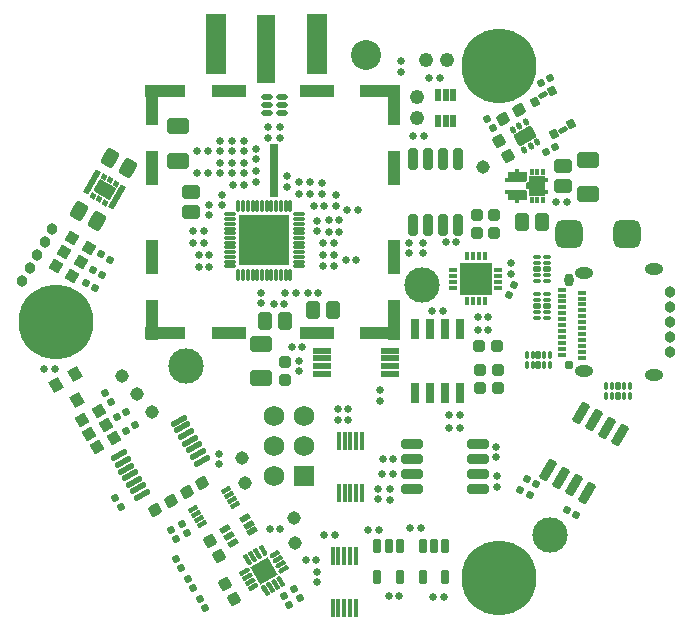
<source format=gts>
G04*
G04 #@! TF.GenerationSoftware,Altium Limited,Altium Designer,20.1.11 (218)*
G04*
G04 Layer_Color=8388736*
%FSLAX24Y24*%
%MOIN*%
G70*
G04*
G04 #@! TF.SameCoordinates,6F335AB9-D6ED-48D2-8003-4388AB504266*
G04*
G04*
G04 #@! TF.FilePolarity,Negative*
G04*
G01*
G75*
%ADD74R,0.0307X0.0150*%
%ADD75R,0.0646X0.2260*%
%ADD76R,0.0685X0.1984*%
G04:AMPARAMS|DCode=77|XSize=23.9mil|YSize=23.9mil|CornerRadius=8mil|HoleSize=0mil|Usage=FLASHONLY|Rotation=330.000|XOffset=0mil|YOffset=0mil|HoleType=Round|Shape=RoundedRectangle|*
%AMROUNDEDRECTD77*
21,1,0.0239,0.0080,0,0,330.0*
21,1,0.0080,0.0239,0,0,330.0*
1,1,0.0159,0.0015,-0.0055*
1,1,0.0159,-0.0055,-0.0015*
1,1,0.0159,-0.0015,0.0055*
1,1,0.0159,0.0055,0.0015*
%
%ADD77ROUNDEDRECTD77*%
%ADD78R,0.1079X0.1079*%
G04:AMPARAMS|DCode=79|XSize=15.4mil|YSize=29.1mil|CornerRadius=3.7mil|HoleSize=0mil|Usage=FLASHONLY|Rotation=180.000|XOffset=0mil|YOffset=0mil|HoleType=Round|Shape=RoundedRectangle|*
%AMROUNDEDRECTD79*
21,1,0.0154,0.0217,0,0,180.0*
21,1,0.0079,0.0291,0,0,180.0*
1,1,0.0075,-0.0039,0.0108*
1,1,0.0075,0.0039,0.0108*
1,1,0.0075,0.0039,-0.0108*
1,1,0.0075,-0.0039,-0.0108*
%
%ADD79ROUNDEDRECTD79*%
G04:AMPARAMS|DCode=80|XSize=15.4mil|YSize=29.1mil|CornerRadius=3.7mil|HoleSize=0mil|Usage=FLASHONLY|Rotation=270.000|XOffset=0mil|YOffset=0mil|HoleType=Round|Shape=RoundedRectangle|*
%AMROUNDEDRECTD80*
21,1,0.0154,0.0217,0,0,270.0*
21,1,0.0079,0.0291,0,0,270.0*
1,1,0.0075,-0.0108,-0.0039*
1,1,0.0075,-0.0108,0.0039*
1,1,0.0075,0.0108,0.0039*
1,1,0.0075,0.0108,-0.0039*
%
%ADD80ROUNDEDRECTD80*%
G04:AMPARAMS|DCode=81|XSize=74.9mil|YSize=50.9mil|CornerRadius=10mil|HoleSize=0mil|Usage=FLASHONLY|Rotation=180.000|XOffset=0mil|YOffset=0mil|HoleType=Round|Shape=RoundedRectangle|*
%AMROUNDEDRECTD81*
21,1,0.0749,0.0310,0,0,180.0*
21,1,0.0550,0.0509,0,0,180.0*
1,1,0.0199,-0.0275,0.0155*
1,1,0.0199,0.0275,0.0155*
1,1,0.0199,0.0275,-0.0155*
1,1,0.0199,-0.0275,-0.0155*
%
%ADD81ROUNDEDRECTD81*%
G04:AMPARAMS|DCode=82|XSize=17.3mil|YSize=23.2mil|CornerRadius=3.9mil|HoleSize=0mil|Usage=FLASHONLY|Rotation=210.000|XOffset=0mil|YOffset=0mil|HoleType=Round|Shape=RoundedRectangle|*
%AMROUNDEDRECTD82*
21,1,0.0173,0.0154,0,0,210.0*
21,1,0.0094,0.0232,0,0,210.0*
1,1,0.0079,-0.0079,0.0043*
1,1,0.0079,0.0003,0.0090*
1,1,0.0079,0.0079,-0.0043*
1,1,0.0079,-0.0003,-0.0090*
%
%ADD82ROUNDEDRECTD82*%
G04:AMPARAMS|DCode=83|XSize=68.5mil|YSize=44.9mil|CornerRadius=4.7mil|HoleSize=0mil|Usage=FLASHONLY|Rotation=210.000|XOffset=0mil|YOffset=0mil|HoleType=Round|Shape=RoundedRectangle|*
%AMROUNDEDRECTD83*
21,1,0.0685,0.0354,0,0,210.0*
21,1,0.0591,0.0449,0,0,210.0*
1,1,0.0094,-0.0344,0.0006*
1,1,0.0094,0.0167,0.0301*
1,1,0.0094,0.0344,-0.0006*
1,1,0.0094,-0.0167,-0.0301*
%
%ADD83ROUNDEDRECTD83*%
G04:AMPARAMS|DCode=84|XSize=17.7mil|YSize=18.7mil|CornerRadius=0mil|HoleSize=0mil|Usage=FLASHONLY|Rotation=150.000|XOffset=0mil|YOffset=0mil|HoleType=Round|Shape=Rectangle|*
%AMROTATEDRECTD84*
4,1,4,0.0123,0.0037,0.0030,-0.0125,-0.0123,-0.0037,-0.0030,0.0125,0.0123,0.0037,0.0*
%
%ADD84ROTATEDRECTD84*%

G04:AMPARAMS|DCode=85|XSize=19.7mil|YSize=86.6mil|CornerRadius=0mil|HoleSize=0mil|Usage=FLASHONLY|Rotation=150.000|XOffset=0mil|YOffset=0mil|HoleType=Round|Shape=Rectangle|*
%AMROTATEDRECTD85*
4,1,4,0.0302,0.0326,-0.0131,-0.0424,-0.0302,-0.0326,0.0131,0.0424,0.0302,0.0326,0.0*
%
%ADD85ROTATEDRECTD85*%

G04:AMPARAMS|DCode=86|XSize=23.9mil|YSize=23.9mil|CornerRadius=8mil|HoleSize=0mil|Usage=FLASHONLY|Rotation=180.000|XOffset=0mil|YOffset=0mil|HoleType=Round|Shape=RoundedRectangle|*
%AMROUNDEDRECTD86*
21,1,0.0239,0.0080,0,0,180.0*
21,1,0.0080,0.0239,0,0,180.0*
1,1,0.0159,-0.0040,0.0040*
1,1,0.0159,0.0040,0.0040*
1,1,0.0159,0.0040,-0.0040*
1,1,0.0159,-0.0040,-0.0040*
%
%ADD86ROUNDEDRECTD86*%
G04:AMPARAMS|DCode=87|XSize=23.9mil|YSize=23.9mil|CornerRadius=8mil|HoleSize=0mil|Usage=FLASHONLY|Rotation=90.000|XOffset=0mil|YOffset=0mil|HoleType=Round|Shape=RoundedRectangle|*
%AMROUNDEDRECTD87*
21,1,0.0239,0.0080,0,0,90.0*
21,1,0.0080,0.0239,0,0,90.0*
1,1,0.0159,0.0040,0.0040*
1,1,0.0159,0.0040,-0.0040*
1,1,0.0159,-0.0040,-0.0040*
1,1,0.0159,-0.0040,0.0040*
%
%ADD87ROUNDEDRECTD87*%
%ADD88R,0.0433X0.1339*%
%ADD89R,0.1339X0.0433*%
%ADD90R,0.0433X0.1181*%
%ADD91R,0.1181X0.0433*%
G04:AMPARAMS|DCode=92|XSize=37mil|YSize=40.9mil|CornerRadius=0mil|HoleSize=0mil|Usage=FLASHONLY|Rotation=30.000|XOffset=0mil|YOffset=0mil|HoleType=Round|Shape=Rectangle|*
%AMROTATEDRECTD92*
4,1,4,-0.0058,-0.0270,-0.0263,0.0085,0.0058,0.0270,0.0263,-0.0085,-0.0058,-0.0270,0.0*
%
%ADD92ROTATEDRECTD92*%

G04:AMPARAMS|DCode=93|XSize=58.9mil|YSize=46.9mil|CornerRadius=9.9mil|HoleSize=0mil|Usage=FLASHONLY|Rotation=270.000|XOffset=0mil|YOffset=0mil|HoleType=Round|Shape=RoundedRectangle|*
%AMROUNDEDRECTD93*
21,1,0.0589,0.0271,0,0,270.0*
21,1,0.0391,0.0469,0,0,270.0*
1,1,0.0198,-0.0135,-0.0195*
1,1,0.0198,-0.0135,0.0195*
1,1,0.0198,0.0135,0.0195*
1,1,0.0198,0.0135,-0.0195*
%
%ADD93ROUNDEDRECTD93*%
G04:AMPARAMS|DCode=94|XSize=31.1mil|YSize=74.4mil|CornerRadius=6.6mil|HoleSize=0mil|Usage=FLASHONLY|Rotation=150.000|XOffset=0mil|YOffset=0mil|HoleType=Round|Shape=RoundedRectangle|*
%AMROUNDEDRECTD94*
21,1,0.0311,0.0612,0,0,150.0*
21,1,0.0179,0.0744,0,0,150.0*
1,1,0.0132,0.0075,0.0310*
1,1,0.0132,0.0231,0.0220*
1,1,0.0132,-0.0075,-0.0310*
1,1,0.0132,-0.0231,-0.0220*
%
%ADD94ROUNDEDRECTD94*%
G04:AMPARAMS|DCode=95|XSize=38.9mil|YSize=37.9mil|CornerRadius=7.9mil|HoleSize=0mil|Usage=FLASHONLY|Rotation=210.000|XOffset=0mil|YOffset=0mil|HoleType=Round|Shape=RoundedRectangle|*
%AMROUNDEDRECTD95*
21,1,0.0389,0.0221,0,0,210.0*
21,1,0.0231,0.0379,0,0,210.0*
1,1,0.0158,-0.0155,0.0038*
1,1,0.0158,0.0045,0.0153*
1,1,0.0158,0.0155,-0.0038*
1,1,0.0158,-0.0045,-0.0153*
%
%ADD95ROUNDEDRECTD95*%
G04:AMPARAMS|DCode=96|XSize=15.7mil|YSize=61mil|CornerRadius=3.7mil|HoleSize=0mil|Usage=FLASHONLY|Rotation=180.000|XOffset=0mil|YOffset=0mil|HoleType=Round|Shape=RoundedRectangle|*
%AMROUNDEDRECTD96*
21,1,0.0157,0.0535,0,0,180.0*
21,1,0.0083,0.0610,0,0,180.0*
1,1,0.0075,-0.0041,0.0268*
1,1,0.0075,0.0041,0.0268*
1,1,0.0075,0.0041,-0.0268*
1,1,0.0075,-0.0041,-0.0268*
%
%ADD96ROUNDEDRECTD96*%
%ADD97C,0.1181*%
G04:AMPARAMS|DCode=98|XSize=19.3mil|YSize=58.7mil|CornerRadius=4.1mil|HoleSize=0mil|Usage=FLASHONLY|Rotation=300.000|XOffset=0mil|YOffset=0mil|HoleType=Round|Shape=RoundedRectangle|*
%AMROUNDEDRECTD98*
21,1,0.0193,0.0504,0,0,300.0*
21,1,0.0110,0.0587,0,0,300.0*
1,1,0.0083,-0.0191,-0.0174*
1,1,0.0083,-0.0246,-0.0078*
1,1,0.0083,0.0191,0.0174*
1,1,0.0083,0.0246,0.0078*
%
%ADD98ROUNDEDRECTD98*%
G04:AMPARAMS|DCode=99|XSize=23.9mil|YSize=23.9mil|CornerRadius=8mil|HoleSize=0mil|Usage=FLASHONLY|Rotation=210.000|XOffset=0mil|YOffset=0mil|HoleType=Round|Shape=RoundedRectangle|*
%AMROUNDEDRECTD99*
21,1,0.0239,0.0080,0,0,210.0*
21,1,0.0080,0.0239,0,0,210.0*
1,1,0.0159,-0.0055,0.0015*
1,1,0.0159,0.0015,0.0055*
1,1,0.0159,0.0055,-0.0015*
1,1,0.0159,-0.0015,-0.0055*
%
%ADD99ROUNDEDRECTD99*%
G04:AMPARAMS|DCode=100|XSize=15.4mil|YSize=33.1mil|CornerRadius=3mil|HoleSize=0mil|Usage=FLASHONLY|Rotation=300.000|XOffset=0mil|YOffset=0mil|HoleType=Round|Shape=RoundedRectangle|*
%AMROUNDEDRECTD100*
21,1,0.0154,0.0272,0,0,300.0*
21,1,0.0094,0.0331,0,0,300.0*
1,1,0.0059,-0.0094,-0.0109*
1,1,0.0059,-0.0141,-0.0027*
1,1,0.0059,0.0094,0.0109*
1,1,0.0059,0.0141,0.0027*
%
%ADD100ROUNDEDRECTD100*%
%ADD101C,0.0449*%
G04:AMPARAMS|DCode=102|XSize=19.7mil|YSize=35.4mil|CornerRadius=3.5mil|HoleSize=0mil|Usage=FLASHONLY|Rotation=300.000|XOffset=0mil|YOffset=0mil|HoleType=Round|Shape=RoundedRectangle|*
%AMROUNDEDRECTD102*
21,1,0.0197,0.0283,0,0,300.0*
21,1,0.0126,0.0354,0,0,300.0*
1,1,0.0071,-0.0091,-0.0125*
1,1,0.0071,-0.0154,-0.0016*
1,1,0.0071,0.0091,0.0125*
1,1,0.0071,0.0154,0.0016*
%
%ADD102ROUNDEDRECTD102*%
G04:AMPARAMS|DCode=103|XSize=38.9mil|YSize=37.9mil|CornerRadius=7.9mil|HoleSize=0mil|Usage=FLASHONLY|Rotation=300.000|XOffset=0mil|YOffset=0mil|HoleType=Round|Shape=RoundedRectangle|*
%AMROUNDEDRECTD103*
21,1,0.0389,0.0221,0,0,300.0*
21,1,0.0231,0.0379,0,0,300.0*
1,1,0.0158,-0.0038,-0.0155*
1,1,0.0158,-0.0153,0.0045*
1,1,0.0158,0.0038,0.0155*
1,1,0.0158,0.0153,-0.0045*
%
%ADD103ROUNDEDRECTD103*%
G04:AMPARAMS|DCode=104|XSize=15.4mil|YSize=31.9mil|CornerRadius=2.7mil|HoleSize=0mil|Usage=FLASHONLY|Rotation=300.000|XOffset=0mil|YOffset=0mil|HoleType=Round|Shape=RoundedRectangle|*
%AMROUNDEDRECTD104*
21,1,0.0154,0.0265,0,0,300.0*
21,1,0.0099,0.0319,0,0,300.0*
1,1,0.0054,-0.0090,-0.0109*
1,1,0.0054,-0.0139,-0.0023*
1,1,0.0054,0.0090,0.0109*
1,1,0.0054,0.0139,0.0023*
%
%ADD104ROUNDEDRECTD104*%
%ADD105P,0.0947X4X75.0*%
G04:AMPARAMS|DCode=106|XSize=15.4mil|YSize=31.9mil|CornerRadius=2.7mil|HoleSize=0mil|Usage=FLASHONLY|Rotation=210.000|XOffset=0mil|YOffset=0mil|HoleType=Round|Shape=RoundedRectangle|*
%AMROUNDEDRECTD106*
21,1,0.0154,0.0265,0,0,210.0*
21,1,0.0099,0.0319,0,0,210.0*
1,1,0.0054,-0.0109,0.0090*
1,1,0.0054,-0.0023,0.0139*
1,1,0.0054,0.0109,-0.0090*
1,1,0.0054,0.0023,-0.0139*
%
%ADD106ROUNDEDRECTD106*%
G04:AMPARAMS|DCode=107|XSize=23.9mil|YSize=23.9mil|CornerRadius=8mil|HoleSize=0mil|Usage=FLASHONLY|Rotation=60.000|XOffset=0mil|YOffset=0mil|HoleType=Round|Shape=RoundedRectangle|*
%AMROUNDEDRECTD107*
21,1,0.0239,0.0080,0,0,60.0*
21,1,0.0080,0.0239,0,0,60.0*
1,1,0.0159,0.0055,0.0015*
1,1,0.0159,0.0015,-0.0055*
1,1,0.0159,-0.0055,-0.0015*
1,1,0.0159,-0.0015,0.0055*
%
%ADD107ROUNDEDRECTD107*%
%ADD108P,0.0523X4X105.0*%
G04:AMPARAMS|DCode=109|XSize=23.9mil|YSize=23.9mil|CornerRadius=8mil|HoleSize=0mil|Usage=FLASHONLY|Rotation=120.000|XOffset=0mil|YOffset=0mil|HoleType=Round|Shape=RoundedRectangle|*
%AMROUNDEDRECTD109*
21,1,0.0239,0.0080,0,0,120.0*
21,1,0.0080,0.0239,0,0,120.0*
1,1,0.0159,0.0015,0.0055*
1,1,0.0159,0.0055,-0.0015*
1,1,0.0159,-0.0015,-0.0055*
1,1,0.0159,-0.0055,0.0015*
%
%ADD109ROUNDEDRECTD109*%
G04:AMPARAMS|DCode=110|XSize=58.9mil|YSize=46.9mil|CornerRadius=9.9mil|HoleSize=0mil|Usage=FLASHONLY|Rotation=180.000|XOffset=0mil|YOffset=0mil|HoleType=Round|Shape=RoundedRectangle|*
%AMROUNDEDRECTD110*
21,1,0.0589,0.0271,0,0,180.0*
21,1,0.0391,0.0469,0,0,180.0*
1,1,0.0198,-0.0195,0.0135*
1,1,0.0198,0.0195,0.0135*
1,1,0.0198,0.0195,-0.0135*
1,1,0.0198,-0.0195,-0.0135*
%
%ADD110ROUNDEDRECTD110*%
G04:AMPARAMS|DCode=111|XSize=31.5mil|YSize=17.7mil|CornerRadius=3.3mil|HoleSize=0mil|Usage=FLASHONLY|Rotation=210.000|XOffset=0mil|YOffset=0mil|HoleType=Round|Shape=RoundedRectangle|*
%AMROUNDEDRECTD111*
21,1,0.0315,0.0110,0,0,210.0*
21,1,0.0248,0.0177,0,0,210.0*
1,1,0.0067,-0.0135,-0.0014*
1,1,0.0067,0.0080,0.0110*
1,1,0.0067,0.0135,0.0014*
1,1,0.0067,-0.0080,-0.0110*
%
%ADD111ROUNDEDRECTD111*%
G04:AMPARAMS|DCode=112|XSize=27.6mil|YSize=29.5mil|CornerRadius=4.3mil|HoleSize=0mil|Usage=FLASHONLY|Rotation=210.000|XOffset=0mil|YOffset=0mil|HoleType=Round|Shape=RoundedRectangle|*
%AMROUNDEDRECTD112*
21,1,0.0276,0.0209,0,0,210.0*
21,1,0.0189,0.0295,0,0,210.0*
1,1,0.0087,-0.0134,0.0043*
1,1,0.0087,0.0030,0.0138*
1,1,0.0087,0.0134,-0.0043*
1,1,0.0087,-0.0030,-0.0138*
%
%ADD112ROUNDEDRECTD112*%
%ADD113R,0.0167X0.0197*%
%ADD114R,0.0118X0.0197*%
G04:AMPARAMS|DCode=115|XSize=38.9mil|YSize=37.9mil|CornerRadius=7.9mil|HoleSize=0mil|Usage=FLASHONLY|Rotation=0.000|XOffset=0mil|YOffset=0mil|HoleType=Round|Shape=RoundedRectangle|*
%AMROUNDEDRECTD115*
21,1,0.0389,0.0221,0,0,0.0*
21,1,0.0231,0.0379,0,0,0.0*
1,1,0.0158,0.0116,-0.0111*
1,1,0.0158,-0.0116,-0.0111*
1,1,0.0158,-0.0116,0.0111*
1,1,0.0158,0.0116,0.0111*
%
%ADD115ROUNDEDRECTD115*%
G04:AMPARAMS|DCode=116|XSize=27.2mil|YSize=44.9mil|CornerRadius=4.9mil|HoleSize=0mil|Usage=FLASHONLY|Rotation=0.000|XOffset=0mil|YOffset=0mil|HoleType=Round|Shape=RoundedRectangle|*
%AMROUNDEDRECTD116*
21,1,0.0272,0.0350,0,0,0.0*
21,1,0.0173,0.0449,0,0,0.0*
1,1,0.0098,0.0087,-0.0175*
1,1,0.0098,-0.0087,-0.0175*
1,1,0.0098,-0.0087,0.0175*
1,1,0.0098,0.0087,0.0175*
%
%ADD116ROUNDEDRECTD116*%
G04:AMPARAMS|DCode=117|XSize=38.9mil|YSize=37.9mil|CornerRadius=7.9mil|HoleSize=0mil|Usage=FLASHONLY|Rotation=90.000|XOffset=0mil|YOffset=0mil|HoleType=Round|Shape=RoundedRectangle|*
%AMROUNDEDRECTD117*
21,1,0.0389,0.0221,0,0,90.0*
21,1,0.0231,0.0379,0,0,90.0*
1,1,0.0158,0.0111,0.0116*
1,1,0.0158,0.0111,-0.0116*
1,1,0.0158,-0.0111,-0.0116*
1,1,0.0158,-0.0111,0.0116*
%
%ADD117ROUNDEDRECTD117*%
G04:AMPARAMS|DCode=118|XSize=29.1mil|YSize=68.5mil|CornerRadius=5.1mil|HoleSize=0mil|Usage=FLASHONLY|Rotation=0.000|XOffset=0mil|YOffset=0mil|HoleType=Round|Shape=RoundedRectangle|*
%AMROUNDEDRECTD118*
21,1,0.0291,0.0583,0,0,0.0*
21,1,0.0189,0.0685,0,0,0.0*
1,1,0.0102,0.0094,-0.0291*
1,1,0.0102,-0.0094,-0.0291*
1,1,0.0102,-0.0094,0.0291*
1,1,0.0102,0.0094,0.0291*
%
%ADD118ROUNDEDRECTD118*%
G04:AMPARAMS|DCode=119|XSize=19.7mil|YSize=39.4mil|CornerRadius=2.8mil|HoleSize=0mil|Usage=FLASHONLY|Rotation=180.000|XOffset=0mil|YOffset=0mil|HoleType=Round|Shape=RoundedRectangle|*
%AMROUNDEDRECTD119*
21,1,0.0197,0.0339,0,0,180.0*
21,1,0.0142,0.0394,0,0,180.0*
1,1,0.0055,-0.0071,0.0169*
1,1,0.0055,0.0071,0.0169*
1,1,0.0055,0.0071,-0.0169*
1,1,0.0055,-0.0071,-0.0169*
%
%ADD119ROUNDEDRECTD119*%
G04:AMPARAMS|DCode=120|XSize=31.1mil|YSize=74.4mil|CornerRadius=6.6mil|HoleSize=0mil|Usage=FLASHONLY|Rotation=180.000|XOffset=0mil|YOffset=0mil|HoleType=Round|Shape=RoundedRectangle|*
%AMROUNDEDRECTD120*
21,1,0.0311,0.0612,0,0,180.0*
21,1,0.0179,0.0744,0,0,180.0*
1,1,0.0132,-0.0090,0.0306*
1,1,0.0132,0.0090,0.0306*
1,1,0.0132,0.0090,-0.0306*
1,1,0.0132,-0.0090,-0.0306*
%
%ADD120ROUNDEDRECTD120*%
G04:AMPARAMS|DCode=121|XSize=11.8mil|YSize=26.2mil|CornerRadius=3.2mil|HoleSize=0mil|Usage=FLASHONLY|Rotation=270.000|XOffset=0mil|YOffset=0mil|HoleType=Round|Shape=RoundedRectangle|*
%AMROUNDEDRECTD121*
21,1,0.0118,0.0199,0,0,270.0*
21,1,0.0055,0.0262,0,0,270.0*
1,1,0.0063,-0.0099,-0.0028*
1,1,0.0063,-0.0099,0.0028*
1,1,0.0063,0.0099,0.0028*
1,1,0.0063,0.0099,-0.0028*
%
%ADD121ROUNDEDRECTD121*%
G04:AMPARAMS|DCode=122|XSize=19.7mil|YSize=26.2mil|CornerRadius=3.2mil|HoleSize=0mil|Usage=FLASHONLY|Rotation=270.000|XOffset=0mil|YOffset=0mil|HoleType=Round|Shape=RoundedRectangle|*
%AMROUNDEDRECTD122*
21,1,0.0197,0.0197,0,0,270.0*
21,1,0.0132,0.0262,0,0,270.0*
1,1,0.0065,-0.0099,-0.0066*
1,1,0.0065,-0.0099,0.0066*
1,1,0.0065,0.0099,0.0066*
1,1,0.0065,0.0099,-0.0066*
%
%ADD122ROUNDEDRECTD122*%
G04:AMPARAMS|DCode=123|XSize=11.8mil|YSize=26.2mil|CornerRadius=3.2mil|HoleSize=0mil|Usage=FLASHONLY|Rotation=0.000|XOffset=0mil|YOffset=0mil|HoleType=Round|Shape=RoundedRectangle|*
%AMROUNDEDRECTD123*
21,1,0.0118,0.0199,0,0,0.0*
21,1,0.0055,0.0262,0,0,0.0*
1,1,0.0063,0.0028,-0.0099*
1,1,0.0063,-0.0028,-0.0099*
1,1,0.0063,-0.0028,0.0099*
1,1,0.0063,0.0028,0.0099*
%
%ADD123ROUNDEDRECTD123*%
G04:AMPARAMS|DCode=124|XSize=19.7mil|YSize=26.2mil|CornerRadius=3.2mil|HoleSize=0mil|Usage=FLASHONLY|Rotation=0.000|XOffset=0mil|YOffset=0mil|HoleType=Round|Shape=RoundedRectangle|*
%AMROUNDEDRECTD124*
21,1,0.0197,0.0197,0,0,0.0*
21,1,0.0132,0.0262,0,0,0.0*
1,1,0.0065,0.0066,-0.0099*
1,1,0.0065,-0.0066,-0.0099*
1,1,0.0065,-0.0066,0.0099*
1,1,0.0065,0.0066,0.0099*
%
%ADD124ROUNDEDRECTD124*%
G04:AMPARAMS|DCode=125|XSize=94.5mil|YSize=90.6mil|CornerRadius=24mil|HoleSize=0mil|Usage=FLASHONLY|Rotation=90.000|XOffset=0mil|YOffset=0mil|HoleType=Round|Shape=RoundedRectangle|*
%AMROUNDEDRECTD125*
21,1,0.0945,0.0425,0,0,90.0*
21,1,0.0465,0.0906,0,0,90.0*
1,1,0.0480,0.0213,0.0232*
1,1,0.0480,0.0213,-0.0232*
1,1,0.0480,-0.0213,-0.0232*
1,1,0.0480,-0.0213,0.0232*
%
%ADD125ROUNDEDRECTD125*%
%ADD126P,0.0523X4X165.0*%
G04:AMPARAMS|DCode=127|XSize=58.9mil|YSize=46.9mil|CornerRadius=9.9mil|HoleSize=0mil|Usage=FLASHONLY|Rotation=60.000|XOffset=0mil|YOffset=0mil|HoleType=Round|Shape=RoundedRectangle|*
%AMROUNDEDRECTD127*
21,1,0.0589,0.0271,0,0,60.0*
21,1,0.0391,0.0469,0,0,60.0*
1,1,0.0198,0.0215,0.0102*
1,1,0.0198,0.0020,-0.0237*
1,1,0.0198,-0.0215,-0.0102*
1,1,0.0198,-0.0020,0.0237*
%
%ADD127ROUNDEDRECTD127*%
G04:AMPARAMS|DCode=128|XSize=21.7mil|YSize=63mil|CornerRadius=3.7mil|HoleSize=0mil|Usage=FLASHONLY|Rotation=270.000|XOffset=0mil|YOffset=0mil|HoleType=Round|Shape=RoundedRectangle|*
%AMROUNDEDRECTD128*
21,1,0.0217,0.0555,0,0,270.0*
21,1,0.0142,0.0630,0,0,270.0*
1,1,0.0075,-0.0278,-0.0071*
1,1,0.0075,-0.0278,0.0071*
1,1,0.0075,0.0278,0.0071*
1,1,0.0075,0.0278,-0.0071*
%
%ADD128ROUNDEDRECTD128*%
G04:AMPARAMS|DCode=129|XSize=31.1mil|YSize=74.4mil|CornerRadius=6.6mil|HoleSize=0mil|Usage=FLASHONLY|Rotation=270.000|XOffset=0mil|YOffset=0mil|HoleType=Round|Shape=RoundedRectangle|*
%AMROUNDEDRECTD129*
21,1,0.0311,0.0612,0,0,270.0*
21,1,0.0179,0.0744,0,0,270.0*
1,1,0.0132,-0.0306,-0.0090*
1,1,0.0132,-0.0306,0.0090*
1,1,0.0132,0.0306,0.0090*
1,1,0.0132,0.0306,-0.0090*
%
%ADD129ROUNDEDRECTD129*%
G04:AMPARAMS|DCode=130|XSize=37mil|YSize=17.3mil|CornerRadius=3.9mil|HoleSize=0mil|Usage=FLASHONLY|Rotation=0.000|XOffset=0mil|YOffset=0mil|HoleType=Round|Shape=RoundedRectangle|*
%AMROUNDEDRECTD130*
21,1,0.0370,0.0094,0,0,0.0*
21,1,0.0291,0.0173,0,0,0.0*
1,1,0.0079,0.0146,-0.0047*
1,1,0.0079,-0.0146,-0.0047*
1,1,0.0079,-0.0146,0.0047*
1,1,0.0079,0.0146,0.0047*
%
%ADD130ROUNDEDRECTD130*%
G04:AMPARAMS|DCode=131|XSize=40.6mil|YSize=11.8mil|CornerRadius=2.4mil|HoleSize=0mil|Usage=FLASHONLY|Rotation=180.000|XOffset=0mil|YOffset=0mil|HoleType=Round|Shape=RoundedRectangle|*
%AMROUNDEDRECTD131*
21,1,0.0406,0.0069,0,0,180.0*
21,1,0.0357,0.0118,0,0,180.0*
1,1,0.0049,-0.0178,0.0035*
1,1,0.0049,0.0178,0.0035*
1,1,0.0049,0.0178,-0.0035*
1,1,0.0049,-0.0178,-0.0035*
%
%ADD131ROUNDEDRECTD131*%
G04:AMPARAMS|DCode=132|XSize=40.6mil|YSize=11.8mil|CornerRadius=2.4mil|HoleSize=0mil|Usage=FLASHONLY|Rotation=270.000|XOffset=0mil|YOffset=0mil|HoleType=Round|Shape=RoundedRectangle|*
%AMROUNDEDRECTD132*
21,1,0.0406,0.0069,0,0,270.0*
21,1,0.0357,0.0118,0,0,270.0*
1,1,0.0049,-0.0035,-0.0178*
1,1,0.0049,-0.0035,0.0178*
1,1,0.0049,0.0035,0.0178*
1,1,0.0049,0.0035,-0.0178*
%
%ADD132ROUNDEDRECTD132*%
%ADD133R,0.1709X0.1709*%
%ADD134C,0.0380*%
%ADD135O,0.0311X0.0429*%
%ADD136O,0.0606X0.0370*%
%ADD137C,0.0311*%
%ADD138C,0.1000*%
%ADD139C,0.0685*%
%ADD140R,0.0685X0.0685*%
%ADD141C,0.0488*%
%ADD142C,0.2496*%
G36*
X5602Y5111D02*
X5606Y5110D01*
X5610Y5108D01*
X5613Y5106D01*
X5615Y5103D01*
X5617Y5100D01*
X5618Y5096D01*
X5618Y5092D01*
Y5014D01*
X5619Y5014D01*
X5619Y5013D01*
X5835Y5013D01*
X5835D01*
X5835D01*
X5839Y5013D01*
X5842Y5012D01*
X5842Y5012D01*
D01*
X5842Y5012D01*
X5846Y5010D01*
X5848Y5008D01*
X5849Y5008D01*
Y5008D01*
X5849D01*
X5849Y5007D01*
X5851Y5005D01*
X5853Y5001D01*
X5853Y5001D01*
D01*
X5853Y5001D01*
X5854Y4997D01*
X5855Y4994D01*
Y4994D01*
Y4994D01*
X5855Y4718D01*
Y4714D01*
D01*
Y4714D01*
X5854Y4710D01*
X5853Y4706D01*
X5850Y4699D01*
X5848Y4696D01*
X5846Y4693D01*
X5840Y4687D01*
X5837Y4685D01*
X5835Y4684D01*
X5834Y4683D01*
X5827Y4680D01*
X5825Y4679D01*
X5823Y4679D01*
X5819Y4678D01*
X5165D01*
X5162Y4679D01*
X5158Y4680D01*
X5154Y4682D01*
X5151Y4684D01*
X5149Y4687D01*
X5147Y4691D01*
X5146Y4694D01*
X5146Y4698D01*
Y4787D01*
X5146Y4791D01*
X5147Y4794D01*
X5149Y4798D01*
X5151Y4801D01*
X5154Y4803D01*
X5158Y4805D01*
X5162Y4806D01*
X5165Y4807D01*
X5243Y4807D01*
X5244Y4807D01*
X5244Y4808D01*
X5244Y4994D01*
X5244Y4997D01*
X5246Y5001D01*
X5247Y5005D01*
X5250Y5008D01*
X5253Y5010D01*
X5256Y5012D01*
X5260Y5013D01*
X5264Y5013D01*
X5479Y5013D01*
X5480Y5014D01*
X5480Y5014D01*
Y5092D01*
X5481Y5096D01*
X5482Y5100D01*
X5484Y5103D01*
X5486Y5106D01*
X5489Y5108D01*
X5493Y5110D01*
X5496Y5111D01*
X5500Y5112D01*
X5599D01*
X5602Y5111D01*
D02*
G37*
G36*
X-8354Y4765D02*
X-8351Y4764D01*
X-8347Y4763D01*
X-8347Y4763D01*
X-8347D01*
X-8347Y4763D01*
X-8347Y4763D01*
X-7836Y4468D01*
X-7833Y4465D01*
X-7830Y4462D01*
X-7828Y4459D01*
X-7826Y4455D01*
X-7826Y4452D01*
Y4452D01*
D01*
X-7826Y4448D01*
X-7827Y4444D01*
X-7828Y4441D01*
X-8045Y4065D01*
X-8047Y4062D01*
X-8050Y4060D01*
X-8053Y4058D01*
X-8057Y4056D01*
X-8061Y4056D01*
X-8065Y4056D01*
X-8066Y4056D01*
X-8068Y4057D01*
X-8070Y4057D01*
X-8072Y4058D01*
X-8072Y4058D01*
X-8531Y4323D01*
X-8531Y4323D01*
X-8532Y4324D01*
X-8534Y4325D01*
X-8537Y4328D01*
X-8539Y4331D01*
X-8540Y4335D01*
X-8562Y4418D01*
X-8562Y4418D01*
X-8562Y4419D01*
X-8563Y4422D01*
X-8563Y4425D01*
X-8563Y4426D01*
X-8562Y4430D01*
X-8561Y4432D01*
X-8560Y4433D01*
X-8560Y4433D01*
Y4433D01*
X-8374Y4756D01*
X-8373Y4757D01*
X-8372Y4759D01*
X-8372Y4759D01*
D01*
X-8369Y4761D01*
X-8367Y4763D01*
X-8366Y4763D01*
X-8366D01*
X-8366Y4763D01*
X-8364Y4764D01*
X-8362Y4765D01*
X-8358Y4765D01*
X-8358D01*
D01*
X-8354Y4765D01*
D02*
G37*
G36*
X6449Y4875D02*
X6452Y4874D01*
X6456Y4872D01*
X6459Y4870D01*
X6461Y4867D01*
X6463Y4863D01*
X6464Y4860D01*
X6465Y4856D01*
Y4808D01*
X6465Y4807D01*
X6466Y4807D01*
X6543D01*
X6547Y4806D01*
X6551Y4805D01*
X6554Y4803D01*
X6557Y4801D01*
X6560Y4798D01*
X6562Y4795D01*
X6563Y4791D01*
X6563Y4787D01*
Y4689D01*
Y4689D01*
Y4689D01*
X6563Y4685D01*
X6562Y4682D01*
X6562Y4681D01*
X6562Y4681D01*
D01*
X6560Y4678D01*
X6558Y4675D01*
X6557Y4675D01*
X6557D01*
Y4675D01*
X6557Y4674D01*
X6554Y4672D01*
X6551Y4670D01*
D01*
X6551Y4670D01*
X6549Y4670D01*
X6547Y4669D01*
X6543Y4669D01*
X6543D01*
X6543D01*
X6466Y4669D01*
X6465Y4668D01*
X6465Y4668D01*
X6465Y4414D01*
X6465Y4413D01*
X6466Y4413D01*
X6543Y4413D01*
X6547Y4413D01*
X6549Y4412D01*
X6551Y4412D01*
X6551Y4412D01*
D01*
X6554Y4410D01*
X6556Y4408D01*
X6557Y4407D01*
X6557Y4407D01*
X6557Y4407D01*
X6558Y4406D01*
X6560Y4404D01*
X6562Y4401D01*
D01*
X6562Y4401D01*
X6562Y4399D01*
X6563Y4397D01*
X6563Y4393D01*
Y4295D01*
X6563Y4291D01*
X6562Y4287D01*
X6560Y4284D01*
X6557Y4281D01*
X6554Y4278D01*
X6551Y4277D01*
X6547Y4275D01*
X6543Y4275D01*
X6466Y4275D01*
X6465Y4275D01*
X6465Y4274D01*
X6465Y4226D01*
X6464Y4222D01*
X6463Y4218D01*
X6461Y4215D01*
X6459Y4212D01*
X6456Y4209D01*
X6452Y4208D01*
X6449Y4207D01*
X6445Y4206D01*
X5945D01*
X5941Y4207D01*
X5937Y4208D01*
X5936Y4209D01*
X5934Y4209D01*
X5931Y4212D01*
Y4212D01*
X5931D01*
X5928Y4215D01*
X5928Y4217D01*
X5927Y4218D01*
X5925Y4222D01*
X5925Y4226D01*
X5925Y4422D01*
X5925Y4422D01*
X5924Y4423D01*
X5882Y4423D01*
X5878D01*
X5874Y4423D01*
X5870Y4424D01*
X5863Y4427D01*
X5860Y4429D01*
X5857Y4431D01*
X5851Y4437D01*
X5849Y4440D01*
X5847Y4443D01*
X5844Y4451D01*
X5843Y4454D01*
X5842Y4458D01*
Y4462D01*
Y4462D01*
D01*
X5842Y4620D01*
X5842Y4620D01*
X5842Y4620D01*
X5842Y4620D01*
X5842Y4620D01*
X5842Y4624D01*
Y4624D01*
Y4624D01*
X5843Y4625D01*
X5843Y4627D01*
X5843Y4627D01*
Y4627D01*
X5843Y4628D01*
X5844Y4631D01*
X5844Y4631D01*
Y4631D01*
X5847Y4638D01*
X5847Y4638D01*
X5847Y4638D01*
X5848Y4640D01*
X5849Y4642D01*
X5849Y4642D01*
X5849Y4642D01*
X5851Y4645D01*
X5857Y4650D01*
X5860Y4653D01*
X5863Y4655D01*
X5863Y4655D01*
D01*
X5870Y4658D01*
X5870Y4658D01*
X5870Y4658D01*
X5873Y4658D01*
X5874Y4659D01*
X5874D01*
X5874Y4659D01*
X5876Y4659D01*
X5878Y4659D01*
X5878D01*
X5878D01*
X5882Y4659D01*
X5882D01*
X5882D01*
X5924Y4659D01*
X5925Y4659D01*
X5925Y4660D01*
X5925Y4856D01*
X5925Y4860D01*
X5927Y4863D01*
X5928Y4865D01*
X5928Y4867D01*
X5931Y4870D01*
X5931D01*
Y4870D01*
X5934Y4872D01*
X5936Y4873D01*
X5937Y4874D01*
X5941Y4875D01*
X5945Y4876D01*
X6445D01*
X6449Y4875D01*
D02*
G37*
G36*
X-2438Y5934D02*
X-2438Y4198D01*
X-2474Y4163D01*
X-2712Y4167D01*
X-2712Y5934D01*
X-2438Y5934D01*
D02*
G37*
G36*
X5822Y4403D02*
X5823Y4403D01*
X5827Y4402D01*
X5834Y4399D01*
X5836Y4398D01*
X5837Y4397D01*
X5840Y4395D01*
X5846Y4389D01*
X5848Y4386D01*
X5850Y4383D01*
X5853Y4375D01*
X5854Y4372D01*
X5855Y4368D01*
D01*
Y4368D01*
Y4364D01*
X5855Y4088D01*
Y4088D01*
Y4088D01*
X5854Y4084D01*
X5853Y4081D01*
X5853Y4081D01*
D01*
X5853Y4081D01*
X5851Y4077D01*
X5849Y4075D01*
X5849Y4074D01*
X5849D01*
Y4074D01*
X5848Y4074D01*
X5846Y4072D01*
X5842Y4070D01*
X5842Y4070D01*
D01*
X5842Y4070D01*
X5839Y4069D01*
X5835Y4068D01*
X5835D01*
X5835D01*
X5619Y4068D01*
X5619Y4068D01*
X5618Y4068D01*
Y3990D01*
X5618Y3986D01*
X5617Y3982D01*
X5615Y3979D01*
X5613Y3976D01*
X5610Y3973D01*
X5606Y3972D01*
X5602Y3970D01*
X5599Y3970D01*
X5500D01*
X5496Y3970D01*
X5493Y3972D01*
X5489Y3973D01*
X5486Y3976D01*
X5484Y3979D01*
X5482Y3982D01*
X5481Y3986D01*
X5480Y3990D01*
Y4068D01*
X5480Y4068D01*
X5479Y4068D01*
X5264Y4068D01*
X5260Y4069D01*
X5256Y4070D01*
X5253Y4072D01*
X5250Y4074D01*
Y4074D01*
X5250D01*
X5247Y4077D01*
X5246Y4081D01*
X5244Y4084D01*
X5244Y4088D01*
X5244Y4274D01*
X5244Y4275D01*
X5243Y4275D01*
X5165Y4275D01*
X5162Y4276D01*
X5158Y4277D01*
X5154Y4278D01*
X5151Y4281D01*
X5149Y4284D01*
X5147Y4287D01*
X5146Y4291D01*
X5146Y4295D01*
Y4384D01*
X5146Y4387D01*
X5147Y4391D01*
X5149Y4394D01*
X5151Y4397D01*
X5154Y4400D01*
X5158Y4402D01*
X5162Y4403D01*
X5165Y4403D01*
X5819D01*
X5822Y4403D01*
D02*
G37*
G36*
X-2540Y-7652D02*
X-2537Y-7653D01*
X-2534Y-7654D01*
X-2531Y-7655D01*
X-2528Y-7657D01*
X-2526Y-7660D01*
X-2524Y-7663D01*
X-2469Y-7758D01*
X-2467Y-7761D01*
X-2466Y-7764D01*
X-2466Y-7768D01*
X-2466Y-7771D01*
X-2466Y-7775D01*
X-2467Y-7778D01*
X-2469Y-7781D01*
X-2471Y-7784D01*
X-2474Y-7786D01*
X-2476Y-7788D01*
X-2596Y-7857D01*
X-2596Y-7857D01*
X-2601Y-7859D01*
X-2601Y-7860D01*
X-2601Y-7860D01*
X-2602Y-7860D01*
X-2604Y-7861D01*
X-2604Y-7861D01*
X-2604Y-7861D01*
X-2615Y-7865D01*
X-2615Y-7865D01*
X-2616Y-7865D01*
X-2617Y-7865D01*
X-2618Y-7866D01*
X-2618Y-7866D01*
X-2619Y-7866D01*
X-2630Y-7867D01*
X-2630Y-7867D01*
X-2630Y-7867D01*
X-2632Y-7867D01*
X-2633Y-7867D01*
X-2633Y-7867D01*
X-2634Y-7867D01*
X-2645Y-7866D01*
X-2645Y-7866D01*
X-2646Y-7866D01*
X-2647Y-7866D01*
X-2648Y-7866D01*
X-2648Y-7866D01*
X-2649Y-7866D01*
X-2659Y-7863D01*
X-2660Y-7863D01*
X-2660Y-7863D01*
X-2661Y-7862D01*
X-2663Y-7862D01*
X-2663Y-7862D01*
X-2663Y-7861D01*
X-2673Y-7857D01*
X-2673Y-7856D01*
X-2674Y-7856D01*
X-2675Y-7856D01*
X-2676Y-7855D01*
X-2676Y-7855D01*
X-2677Y-7854D01*
X-2685Y-7848D01*
X-2686Y-7848D01*
X-2686Y-7847D01*
X-2687Y-7846D01*
X-2688Y-7846D01*
X-2688Y-7845D01*
X-2688Y-7845D01*
X-2696Y-7837D01*
X-2696Y-7836D01*
X-2696Y-7836D01*
X-2697Y-7835D01*
X-2698Y-7834D01*
X-2698Y-7834D01*
X-2698Y-7833D01*
X-2704Y-7824D01*
X-2704Y-7824D01*
X-2704Y-7823D01*
X-2704Y-7822D01*
X-2705Y-7821D01*
X-2705Y-7820D01*
X-2705Y-7820D01*
X-2709Y-7810D01*
X-2709Y-7809D01*
X-2709Y-7809D01*
X-2709Y-7808D01*
X-2710Y-7806D01*
X-2710Y-7806D01*
X-2710Y-7806D01*
X-2711Y-7795D01*
X-2711Y-7794D01*
X-2711Y-7794D01*
X-2711Y-7793D01*
X-2711Y-7791D01*
X-2711Y-7791D01*
X-2711Y-7791D01*
X-2711Y-7780D01*
X-2711Y-7779D01*
X-2711Y-7779D01*
X-2710Y-7778D01*
X-2710Y-7776D01*
X-2710Y-7776D01*
X-2710Y-7776D01*
X-2707Y-7765D01*
X-2707Y-7765D01*
X-2707Y-7764D01*
X-2706Y-7763D01*
X-2706Y-7762D01*
X-2706Y-7761D01*
X-2706Y-7761D01*
X-2701Y-7751D01*
X-2701Y-7751D01*
X-2700Y-7751D01*
X-2700Y-7749D01*
X-2699Y-7748D01*
X-2699Y-7748D01*
X-2699Y-7748D01*
X-2692Y-7739D01*
X-2692Y-7739D01*
X-2691Y-7738D01*
X-2690Y-7738D01*
X-2690Y-7737D01*
X-2689Y-7736D01*
X-2689Y-7736D01*
X-2681Y-7729D01*
X-2680Y-7729D01*
X-2680Y-7728D01*
X-2679Y-7728D01*
X-2678Y-7727D01*
X-2678Y-7727D01*
X-2677Y-7726D01*
X-2673Y-7724D01*
X-2673Y-7724D01*
X-2553Y-7655D01*
X-2550Y-7653D01*
X-2547Y-7652D01*
X-2544Y-7652D01*
X-2544D01*
D01*
X-2540Y-7652D01*
D02*
G37*
G36*
X-3239Y-7754D02*
X-3236Y-7754D01*
X-3233Y-7754D01*
X-3233Y-7754D01*
X-3232Y-7755D01*
X-3230Y-7755D01*
X-3227Y-7757D01*
X-3224Y-7759D01*
X-3221Y-7762D01*
X-3220Y-7764D01*
X-3151Y-7884D01*
X-3151Y-7884D01*
X-3148Y-7888D01*
X-3148Y-7889D01*
X-3148Y-7889D01*
X-3147Y-7890D01*
X-3146Y-7892D01*
X-3146Y-7892D01*
X-3146Y-7892D01*
X-3143Y-7903D01*
X-3143Y-7903D01*
X-3142Y-7903D01*
X-3142Y-7905D01*
X-3142Y-7906D01*
X-3142Y-7906D01*
X-3142Y-7907D01*
X-3140Y-7918D01*
X-3140Y-7918D01*
X-3140Y-7918D01*
X-3140Y-7920D01*
X-3140Y-7921D01*
X-3140Y-7921D01*
X-3140Y-7922D01*
X-3141Y-7933D01*
X-3141Y-7933D01*
X-3141Y-7933D01*
X-3141Y-7935D01*
X-3141Y-7936D01*
X-3141Y-7936D01*
X-3142Y-7937D01*
X-3144Y-7947D01*
X-3145Y-7948D01*
X-3145Y-7948D01*
X-3145Y-7949D01*
X-3146Y-7951D01*
X-3146Y-7951D01*
X-3146Y-7951D01*
X-3151Y-7961D01*
X-3151Y-7961D01*
X-3151Y-7962D01*
X-3152Y-7963D01*
X-3152Y-7964D01*
X-3153Y-7964D01*
X-3153Y-7965D01*
X-3160Y-7973D01*
X-3160Y-7974D01*
X-3160Y-7974D01*
X-3161Y-7975D01*
X-3162Y-7976D01*
X-3162Y-7976D01*
X-3162Y-7976D01*
X-3171Y-7984D01*
X-3171Y-7984D01*
X-3171Y-7984D01*
X-3172Y-7985D01*
X-3173Y-7986D01*
X-3174Y-7986D01*
X-3174Y-7986D01*
X-3183Y-7991D01*
X-3184Y-7992D01*
X-3184Y-7992D01*
X-3185Y-7992D01*
X-3187Y-7993D01*
X-3187Y-7993D01*
X-3187Y-7993D01*
X-3198Y-7997D01*
X-3198Y-7997D01*
X-3198Y-7997D01*
X-3200Y-7997D01*
X-3201Y-7998D01*
X-3201Y-7998D01*
X-3202Y-7998D01*
X-3213Y-7999D01*
X-3213Y-7999D01*
X-3213Y-7999D01*
X-3215Y-7999D01*
X-3216Y-7999D01*
X-3216Y-7999D01*
X-3217Y-7999D01*
X-3228Y-7998D01*
X-3228Y-7998D01*
X-3228Y-7998D01*
X-3230Y-7998D01*
X-3231Y-7998D01*
X-3231Y-7998D01*
X-3232Y-7998D01*
X-3242Y-7995D01*
X-3243Y-7995D01*
X-3243Y-7995D01*
X-3244Y-7994D01*
X-3246Y-7994D01*
X-3246Y-7994D01*
X-3246Y-7993D01*
X-3256Y-7989D01*
X-3256Y-7988D01*
X-3257Y-7988D01*
X-3258Y-7988D01*
X-3259Y-7987D01*
X-3259Y-7987D01*
X-3260Y-7986D01*
X-3268Y-7980D01*
X-3269Y-7980D01*
X-3269Y-7979D01*
X-3270Y-7978D01*
X-3271Y-7978D01*
X-3271Y-7977D01*
X-3271Y-7977D01*
X-3279Y-7969D01*
X-3279Y-7968D01*
X-3279Y-7968D01*
X-3280Y-7967D01*
X-3281Y-7966D01*
X-3281Y-7966D01*
X-3281Y-7965D01*
X-3284Y-7961D01*
X-3284Y-7961D01*
X-3353Y-7841D01*
X-3354Y-7838D01*
X-3355Y-7835D01*
X-3356Y-7832D01*
X-3355Y-7828D01*
X-3355Y-7825D01*
X-3354Y-7822D01*
X-3352Y-7819D01*
X-3350Y-7816D01*
X-3347Y-7814D01*
X-3346Y-7812D01*
X-3345Y-7812D01*
X-3345Y-7812D01*
X-3249Y-7756D01*
X-3246Y-7755D01*
X-3243Y-7754D01*
X-3239Y-7754D01*
X-3239D01*
D01*
X-3239Y-7754D01*
D02*
G37*
G36*
X-2895Y-7557D02*
X-2892Y-7557D01*
X-2889Y-7559D01*
X-2886Y-7560D01*
X-2883Y-7562D01*
X-2881Y-7565D01*
X-2879Y-7568D01*
X-2810Y-7687D01*
X-2810Y-7687D01*
X-2807Y-7692D01*
X-2807Y-7692D01*
X-2807Y-7692D01*
X-2806Y-7694D01*
X-2806Y-7695D01*
X-2805Y-7695D01*
X-2805Y-7695D01*
X-2802Y-7706D01*
X-2802Y-7706D01*
X-2801Y-7707D01*
X-2801Y-7708D01*
X-2801Y-7709D01*
X-2801Y-7710D01*
X-2801Y-7710D01*
X-2799Y-7721D01*
X-2799Y-7721D01*
X-2799Y-7722D01*
X-2799Y-7723D01*
X-2799Y-7724D01*
X-2799Y-7725D01*
X-2799Y-7725D01*
X-2800Y-7736D01*
X-2800Y-7736D01*
X-2800Y-7737D01*
X-2800Y-7738D01*
X-2800Y-7739D01*
X-2801Y-7740D01*
X-2801Y-7740D01*
X-2803Y-7750D01*
X-2804Y-7751D01*
X-2804Y-7751D01*
X-2804Y-7752D01*
X-2805Y-7754D01*
X-2805Y-7754D01*
X-2805Y-7754D01*
X-2810Y-7764D01*
X-2810Y-7765D01*
X-2810Y-7765D01*
X-2811Y-7766D01*
X-2811Y-7767D01*
X-2812Y-7767D01*
X-2812Y-7768D01*
X-2819Y-7776D01*
X-2819Y-7777D01*
X-2819Y-7777D01*
X-2820Y-7778D01*
X-2821Y-7779D01*
X-2821Y-7779D01*
X-2821Y-7780D01*
X-2830Y-7787D01*
X-2830Y-7787D01*
X-2830Y-7787D01*
X-2831Y-7788D01*
X-2832Y-7789D01*
X-2833Y-7789D01*
X-2833Y-7789D01*
X-2843Y-7795D01*
X-2843Y-7795D01*
X-2843Y-7795D01*
X-2844Y-7796D01*
X-2846Y-7796D01*
X-2846Y-7796D01*
X-2846Y-7796D01*
X-2857Y-7800D01*
X-2857Y-7800D01*
X-2857Y-7800D01*
X-2859Y-7800D01*
X-2860Y-7801D01*
X-2860Y-7801D01*
X-2861Y-7801D01*
X-2872Y-7802D01*
X-2872Y-7802D01*
X-2872Y-7802D01*
X-2874Y-7802D01*
X-2875Y-7802D01*
X-2875Y-7802D01*
X-2876Y-7802D01*
X-2887Y-7802D01*
X-2887Y-7802D01*
X-2888Y-7802D01*
X-2889Y-7801D01*
X-2890Y-7801D01*
X-2890Y-7801D01*
X-2891Y-7801D01*
X-2901Y-7798D01*
X-2902Y-7798D01*
X-2902Y-7798D01*
X-2903Y-7797D01*
X-2905Y-7797D01*
X-2905Y-7797D01*
X-2905Y-7797D01*
X-2915Y-7792D01*
X-2915Y-7792D01*
X-2916Y-7791D01*
X-2917Y-7791D01*
X-2918Y-7790D01*
X-2918Y-7790D01*
X-2919Y-7790D01*
X-2927Y-7783D01*
X-2928Y-7783D01*
X-2928Y-7782D01*
X-2929Y-7782D01*
X-2930Y-7781D01*
X-2930Y-7780D01*
X-2930Y-7780D01*
X-2938Y-7772D01*
X-2938Y-7772D01*
X-2938Y-7771D01*
X-2939Y-7770D01*
X-2940Y-7769D01*
X-2940Y-7769D01*
X-2940Y-7768D01*
X-2943Y-7764D01*
X-2943Y-7764D01*
X-3012Y-7644D01*
X-3013Y-7641D01*
X-3013Y-7640D01*
X-3014Y-7638D01*
X-3015Y-7635D01*
X-3015Y-7635D01*
Y-7635D01*
D01*
X-3014Y-7631D01*
X-3014Y-7628D01*
X-3013Y-7625D01*
X-3011Y-7622D01*
X-3009Y-7619D01*
X-3007Y-7617D01*
X-3004Y-7615D01*
X-2908Y-7560D01*
X-2908Y-7560D01*
X-2907Y-7559D01*
X-2905Y-7558D01*
X-2902Y-7557D01*
X-2899Y-7557D01*
X-2895Y-7557D01*
D02*
G37*
G36*
X-2442Y-7822D02*
X-2438Y-7823D01*
X-2435Y-7824D01*
X-2432Y-7826D01*
X-2429Y-7828D01*
X-2427Y-7830D01*
X-2425Y-7833D01*
X-2370Y-7929D01*
X-2370Y-7929D01*
X-2369Y-7932D01*
X-2368Y-7935D01*
X-2367Y-7938D01*
X-2367Y-7942D01*
X-2368Y-7945D01*
X-2369Y-7948D01*
X-2371Y-7951D01*
X-2373Y-7954D01*
X-2375Y-7956D01*
X-2378Y-7958D01*
X-2497Y-8027D01*
X-2497Y-8027D01*
X-2502Y-8030D01*
X-2502Y-8030D01*
X-2503Y-8030D01*
X-2504Y-8031D01*
X-2505Y-8031D01*
X-2506Y-8031D01*
X-2506Y-8032D01*
X-2516Y-8035D01*
X-2517Y-8035D01*
X-2517Y-8035D01*
X-2518Y-8036D01*
X-2520Y-8036D01*
X-2520Y-8036D01*
X-2520Y-8036D01*
X-2531Y-8038D01*
X-2532Y-8038D01*
X-2532Y-8038D01*
X-2533Y-8038D01*
X-2535Y-8038D01*
X-2535Y-8038D01*
X-2535Y-8038D01*
X-2546Y-8037D01*
X-2547Y-8037D01*
X-2547Y-8037D01*
X-2548Y-8037D01*
X-2550Y-8036D01*
X-2550Y-8036D01*
X-2550Y-8036D01*
X-2561Y-8033D01*
X-2561Y-8033D01*
X-2562Y-8033D01*
X-2563Y-8033D01*
X-2564Y-8032D01*
X-2565Y-8032D01*
X-2565Y-8032D01*
X-2575Y-8027D01*
X-2575Y-8027D01*
X-2575Y-8027D01*
X-2577Y-8026D01*
X-2578Y-8025D01*
X-2578Y-8025D01*
X-2578Y-8025D01*
X-2587Y-8018D01*
X-2587Y-8018D01*
X-2588Y-8018D01*
X-2588Y-8017D01*
X-2589Y-8016D01*
X-2590Y-8016D01*
X-2590Y-8015D01*
X-2597Y-8007D01*
X-2597Y-8007D01*
X-2598Y-8007D01*
X-2598Y-8006D01*
X-2599Y-8005D01*
X-2599Y-8004D01*
X-2600Y-8004D01*
X-2605Y-7994D01*
X-2605Y-7994D01*
X-2605Y-7994D01*
X-2606Y-7992D01*
X-2607Y-7991D01*
X-2607Y-7991D01*
X-2607Y-7990D01*
X-2610Y-7980D01*
X-2610Y-7980D01*
X-2611Y-7979D01*
X-2611Y-7978D01*
X-2611Y-7977D01*
X-2611Y-7976D01*
X-2611Y-7976D01*
X-2613Y-7965D01*
X-2613Y-7965D01*
X-2613Y-7964D01*
X-2613Y-7963D01*
X-2613Y-7962D01*
X-2613Y-7961D01*
X-2613Y-7961D01*
X-2612Y-7950D01*
X-2612Y-7950D01*
X-2612Y-7949D01*
X-2612Y-7948D01*
X-2612Y-7947D01*
X-2612Y-7946D01*
X-2611Y-7946D01*
X-2609Y-7936D01*
X-2609Y-7935D01*
X-2608Y-7935D01*
X-2608Y-7933D01*
X-2607Y-7932D01*
X-2607Y-7932D01*
X-2607Y-7932D01*
X-2602Y-7922D01*
X-2602Y-7921D01*
X-2602Y-7921D01*
X-2601Y-7920D01*
X-2601Y-7919D01*
X-2600Y-7919D01*
X-2600Y-7918D01*
X-2593Y-7910D01*
X-2593Y-7909D01*
X-2593Y-7909D01*
X-2592Y-7908D01*
X-2591Y-7907D01*
X-2591Y-7907D01*
X-2591Y-7906D01*
X-2582Y-7899D01*
X-2582Y-7899D01*
X-2582Y-7899D01*
X-2581Y-7898D01*
X-2580Y-7897D01*
X-2579Y-7897D01*
X-2579Y-7897D01*
X-2574Y-7894D01*
X-2574Y-7894D01*
X-2455Y-7825D01*
X-2452Y-7824D01*
X-2451Y-7823D01*
X-2449Y-7823D01*
X-2446Y-7822D01*
X-2445Y-7822D01*
X-2445D01*
D01*
X-2442Y-7822D01*
D02*
G37*
G36*
X-3066Y-7655D02*
X-3062Y-7656D01*
X-3059Y-7657D01*
X-3056Y-7659D01*
X-3053Y-7661D01*
X-3051Y-7663D01*
X-3049Y-7666D01*
X-2980Y-7785D01*
X-2980Y-7785D01*
X-2977Y-7790D01*
X-2977Y-7790D01*
X-2977Y-7791D01*
X-2977Y-7792D01*
X-2976Y-7793D01*
X-2976Y-7794D01*
X-2976Y-7794D01*
X-2972Y-7804D01*
X-2972Y-7805D01*
X-2972Y-7805D01*
X-2972Y-7806D01*
X-2971Y-7807D01*
X-2971Y-7808D01*
X-2971Y-7808D01*
X-2970Y-7819D01*
X-2970Y-7820D01*
X-2970Y-7820D01*
X-2970Y-7821D01*
X-2970Y-7823D01*
X-2970Y-7823D01*
X-2970Y-7823D01*
X-2970Y-7834D01*
X-2970Y-7835D01*
X-2970Y-7835D01*
X-2971Y-7836D01*
X-2971Y-7838D01*
X-2971Y-7838D01*
X-2971Y-7838D01*
X-2974Y-7849D01*
X-2974Y-7849D01*
X-2974Y-7850D01*
X-2975Y-7851D01*
X-2975Y-7852D01*
X-2975Y-7852D01*
X-2975Y-7853D01*
X-2980Y-7863D01*
X-2980Y-7863D01*
X-2981Y-7863D01*
X-2981Y-7864D01*
X-2982Y-7866D01*
X-2982Y-7866D01*
X-2982Y-7866D01*
X-2989Y-7875D01*
X-2989Y-7875D01*
X-2990Y-7875D01*
X-2990Y-7876D01*
X-2991Y-7877D01*
X-2992Y-7878D01*
X-2992Y-7878D01*
X-3000Y-7885D01*
X-3000Y-7885D01*
X-3001Y-7886D01*
X-3002Y-7886D01*
X-3003Y-7887D01*
X-3003Y-7887D01*
X-3004Y-7888D01*
X-3013Y-7893D01*
X-3013Y-7893D01*
X-3014Y-7893D01*
X-3015Y-7894D01*
X-3016Y-7894D01*
X-3016Y-7895D01*
X-3017Y-7895D01*
X-3027Y-7898D01*
X-3028Y-7898D01*
X-3028Y-7899D01*
X-3029Y-7899D01*
X-3030Y-7899D01*
X-3031Y-7899D01*
X-3031Y-7899D01*
X-3042Y-7901D01*
X-3042Y-7901D01*
X-3043Y-7901D01*
X-3044Y-7901D01*
X-3045Y-7901D01*
X-3046Y-7901D01*
X-3046Y-7901D01*
X-3057Y-7900D01*
X-3058Y-7900D01*
X-3058Y-7900D01*
X-3059Y-7900D01*
X-3061Y-7900D01*
X-3061Y-7899D01*
X-3061Y-7899D01*
X-3072Y-7897D01*
X-3072Y-7896D01*
X-3073Y-7896D01*
X-3074Y-7896D01*
X-3075Y-7895D01*
X-3075Y-7895D01*
X-3076Y-7895D01*
X-3086Y-7890D01*
X-3086Y-7890D01*
X-3086Y-7890D01*
X-3087Y-7889D01*
X-3088Y-7889D01*
X-3089Y-7888D01*
X-3089Y-7888D01*
X-3098Y-7881D01*
X-3098Y-7881D01*
X-3098Y-7881D01*
X-3099Y-7880D01*
X-3100Y-7879D01*
X-3101Y-7879D01*
X-3101Y-7879D01*
X-3108Y-7870D01*
X-3108Y-7870D01*
X-3109Y-7870D01*
X-3109Y-7869D01*
X-3110Y-7868D01*
X-3110Y-7867D01*
X-3111Y-7867D01*
X-3113Y-7862D01*
X-3113Y-7862D01*
X-3182Y-7743D01*
X-3184Y-7740D01*
X-3184Y-7739D01*
X-3185Y-7736D01*
X-3185Y-7734D01*
X-3185Y-7733D01*
Y-7733D01*
D01*
X-3185Y-7730D01*
X-3184Y-7726D01*
X-3183Y-7723D01*
X-3182Y-7720D01*
X-3179Y-7717D01*
X-3177Y-7715D01*
X-3174Y-7713D01*
X-3079Y-7658D01*
X-3079Y-7658D01*
X-3076Y-7657D01*
X-3072Y-7656D01*
X-3069Y-7655D01*
X-3066Y-7655D01*
D02*
G37*
G36*
X-2343Y-7993D02*
X-2340Y-7993D01*
X-2337Y-7995D01*
X-2334Y-7996D01*
X-2331Y-7998D01*
X-2329Y-8001D01*
X-2327Y-8004D01*
X-2272Y-8099D01*
X-2272Y-8099D01*
X-2270Y-8102D01*
X-2269Y-8105D01*
X-2269Y-8109D01*
X-2269Y-8112D01*
X-2270Y-8116D01*
X-2271Y-8119D01*
X-2272Y-8122D01*
X-2274Y-8124D01*
X-2277Y-8127D01*
X-2280Y-8129D01*
X-2399Y-8198D01*
X-2399Y-8198D01*
X-2404Y-8200D01*
X-2404Y-8201D01*
X-2404Y-8201D01*
X-2406Y-8201D01*
X-2407Y-8202D01*
X-2407Y-8202D01*
X-2408Y-8202D01*
X-2418Y-8206D01*
X-2418Y-8206D01*
X-2419Y-8206D01*
X-2420Y-8206D01*
X-2421Y-8206D01*
X-2422Y-8207D01*
X-2422Y-8207D01*
X-2433Y-8208D01*
X-2433Y-8208D01*
X-2434Y-8208D01*
X-2435Y-8208D01*
X-2436Y-8208D01*
X-2437Y-8208D01*
X-2437Y-8208D01*
X-2448Y-8207D01*
X-2448Y-8207D01*
X-2449Y-8207D01*
X-2450Y-8207D01*
X-2451Y-8207D01*
X-2452Y-8207D01*
X-2452Y-8207D01*
X-2463Y-8204D01*
X-2463Y-8204D01*
X-2463Y-8204D01*
X-2465Y-8203D01*
X-2466Y-8203D01*
X-2466Y-8203D01*
X-2467Y-8202D01*
X-2476Y-8198D01*
X-2477Y-8197D01*
X-2477Y-8197D01*
X-2478Y-8197D01*
X-2479Y-8196D01*
X-2480Y-8196D01*
X-2480Y-8195D01*
X-2488Y-8189D01*
X-2489Y-8188D01*
X-2489Y-8188D01*
X-2490Y-8187D01*
X-2491Y-8187D01*
X-2491Y-8186D01*
X-2492Y-8186D01*
X-2499Y-8178D01*
X-2499Y-8177D01*
X-2499Y-8177D01*
X-2500Y-8176D01*
X-2501Y-8175D01*
X-2501Y-8175D01*
X-2501Y-8174D01*
X-2507Y-8165D01*
X-2507Y-8164D01*
X-2507Y-8164D01*
X-2508Y-8163D01*
X-2508Y-8162D01*
X-2508Y-8161D01*
X-2508Y-8161D01*
X-2512Y-8151D01*
X-2512Y-8150D01*
X-2512Y-8150D01*
X-2512Y-8149D01*
X-2513Y-8147D01*
X-2513Y-8147D01*
X-2513Y-8147D01*
X-2514Y-8136D01*
X-2514Y-8135D01*
X-2514Y-8135D01*
X-2514Y-8134D01*
X-2514Y-8132D01*
X-2514Y-8132D01*
X-2514Y-8132D01*
X-2514Y-8121D01*
X-2514Y-8120D01*
X-2514Y-8120D01*
X-2513Y-8119D01*
X-2513Y-8117D01*
X-2513Y-8117D01*
X-2513Y-8116D01*
X-2510Y-8106D01*
X-2510Y-8106D01*
X-2510Y-8105D01*
X-2510Y-8104D01*
X-2509Y-8103D01*
X-2509Y-8102D01*
X-2509Y-8102D01*
X-2504Y-8092D01*
X-2504Y-8092D01*
X-2504Y-8092D01*
X-2503Y-8090D01*
X-2502Y-8089D01*
X-2502Y-8089D01*
X-2502Y-8089D01*
X-2495Y-8080D01*
X-2495Y-8080D01*
X-2495Y-8079D01*
X-2494Y-8078D01*
X-2493Y-8077D01*
X-2492Y-8077D01*
X-2492Y-8077D01*
X-2484Y-8070D01*
X-2484Y-8070D01*
X-2483Y-8069D01*
X-2482Y-8069D01*
X-2481Y-8068D01*
X-2481Y-8068D01*
X-2481Y-8067D01*
X-2476Y-8065D01*
X-2476Y-8065D01*
X-2356Y-7996D01*
X-2353Y-7994D01*
X-2352Y-7994D01*
X-2350Y-7993D01*
X-2347Y-7993D01*
X-2347Y-7993D01*
X-2347D01*
D01*
X-2343Y-7993D01*
D02*
G37*
G36*
X-3407Y-7852D02*
X-3403Y-7853D01*
X-3400Y-7854D01*
X-3397Y-7855D01*
X-3394Y-7858D01*
X-3392Y-7860D01*
X-3390Y-7863D01*
X-3321Y-7982D01*
X-3321Y-7982D01*
X-3318Y-7987D01*
X-3318Y-7987D01*
X-3318Y-7988D01*
X-3317Y-7989D01*
X-3317Y-7990D01*
X-3317Y-7990D01*
X-3317Y-7991D01*
X-3313Y-8001D01*
X-3313Y-8001D01*
X-3313Y-8002D01*
X-3313Y-8003D01*
X-3312Y-8004D01*
X-3312Y-8005D01*
X-3312Y-8005D01*
X-3311Y-8016D01*
X-3311Y-8016D01*
X-3311Y-8017D01*
X-3311Y-8018D01*
X-3311Y-8019D01*
X-3311Y-8020D01*
X-3311Y-8020D01*
X-3311Y-8031D01*
X-3311Y-8031D01*
X-3311Y-8032D01*
X-3312Y-8033D01*
X-3312Y-8034D01*
X-3312Y-8035D01*
X-3312Y-8035D01*
X-3315Y-8046D01*
X-3315Y-8046D01*
X-3315Y-8047D01*
X-3316Y-8048D01*
X-3316Y-8049D01*
X-3316Y-8049D01*
X-3316Y-8050D01*
X-3321Y-8059D01*
X-3321Y-8060D01*
X-3322Y-8060D01*
X-3322Y-8061D01*
X-3323Y-8062D01*
X-3323Y-8063D01*
X-3323Y-8063D01*
X-3330Y-8072D01*
X-3330Y-8072D01*
X-3331Y-8072D01*
X-3331Y-8073D01*
X-3332Y-8074D01*
X-3333Y-8074D01*
X-3333Y-8075D01*
X-3341Y-8082D01*
X-3341Y-8082D01*
X-3342Y-8083D01*
X-3343Y-8083D01*
X-3344Y-8084D01*
X-3344Y-8084D01*
X-3345Y-8084D01*
X-3354Y-8090D01*
X-3354Y-8090D01*
X-3355Y-8090D01*
X-3356Y-8091D01*
X-3357Y-8091D01*
X-3357Y-8091D01*
X-3358Y-8092D01*
X-3368Y-8095D01*
X-3368Y-8095D01*
X-3369Y-8095D01*
X-3370Y-8096D01*
X-3371Y-8096D01*
X-3372Y-8096D01*
X-3372Y-8096D01*
X-3383Y-8097D01*
X-3383Y-8098D01*
X-3384Y-8098D01*
X-3385Y-8098D01*
X-3386Y-8098D01*
X-3387Y-8098D01*
X-3387Y-8098D01*
X-3398Y-8097D01*
X-3399Y-8097D01*
X-3399Y-8097D01*
X-3400Y-8097D01*
X-3401Y-8096D01*
X-3402Y-8096D01*
X-3402Y-8096D01*
X-3413Y-8093D01*
X-3413Y-8093D01*
X-3414Y-8093D01*
X-3415Y-8093D01*
X-3416Y-8092D01*
X-3416Y-8092D01*
X-3417Y-8092D01*
X-3427Y-8087D01*
X-3427Y-8087D01*
X-3427Y-8087D01*
X-3428Y-8086D01*
X-3429Y-8085D01*
X-3430Y-8085D01*
X-3430Y-8085D01*
X-3439Y-8078D01*
X-3439Y-8078D01*
X-3439Y-8078D01*
X-3440Y-8077D01*
X-3441Y-8076D01*
X-3442Y-8076D01*
X-3442Y-8075D01*
X-3449Y-8067D01*
X-3449Y-8067D01*
X-3450Y-8067D01*
X-3450Y-8065D01*
X-3451Y-8064D01*
X-3451Y-8064D01*
X-3451Y-8064D01*
X-3454Y-8059D01*
X-3454Y-8059D01*
X-3523Y-7940D01*
X-3525Y-7937D01*
X-3525Y-7936D01*
X-3526Y-7933D01*
X-3526Y-7930D01*
X-3526Y-7930D01*
Y-7930D01*
D01*
X-3526Y-7927D01*
X-3525Y-7923D01*
X-3524Y-7920D01*
X-3523Y-7917D01*
X-3520Y-7914D01*
X-3518Y-7912D01*
X-3515Y-7910D01*
X-3420Y-7855D01*
X-3420Y-7855D01*
X-3419Y-7854D01*
X-3417Y-7853D01*
X-3413Y-7852D01*
X-3410Y-7852D01*
X-3407Y-7852D01*
D02*
G37*
G36*
X-2245Y-8163D02*
X-2242Y-8164D01*
X-2238Y-8165D01*
X-2235Y-8167D01*
X-2233Y-8169D01*
X-2230Y-8171D01*
X-2228Y-8174D01*
X-2173Y-8270D01*
X-2172Y-8273D01*
X-2171Y-8276D01*
X-2170Y-8279D01*
X-2170Y-8283D01*
X-2171Y-8286D01*
X-2172Y-8289D01*
X-2174Y-8292D01*
X-2176Y-8295D01*
X-2178Y-8297D01*
X-2181Y-8299D01*
X-2301Y-8368D01*
X-2301Y-8368D01*
X-2305Y-8371D01*
X-2306Y-8371D01*
X-2306Y-8371D01*
X-2307Y-8372D01*
X-2308Y-8372D01*
X-2309Y-8372D01*
X-2309Y-8373D01*
X-2319Y-8376D01*
X-2320Y-8376D01*
X-2320Y-8376D01*
X-2321Y-8377D01*
X-2323Y-8377D01*
X-2323Y-8377D01*
X-2324Y-8377D01*
X-2334Y-8378D01*
X-2335Y-8379D01*
X-2335Y-8379D01*
X-2336Y-8379D01*
X-2338Y-8379D01*
X-2338Y-8379D01*
X-2339Y-8379D01*
X-2349Y-8378D01*
X-2350Y-8378D01*
X-2350Y-8378D01*
X-2352Y-8378D01*
X-2353Y-8377D01*
X-2353Y-8377D01*
X-2354Y-8377D01*
X-2364Y-8374D01*
X-2365Y-8374D01*
X-2365Y-8374D01*
X-2366Y-8374D01*
X-2367Y-8373D01*
X-2368Y-8373D01*
X-2368Y-8373D01*
X-2378Y-8368D01*
X-2378Y-8368D01*
X-2379Y-8368D01*
X-2380Y-8367D01*
X-2381Y-8366D01*
X-2381Y-8366D01*
X-2381Y-8366D01*
X-2390Y-8359D01*
X-2390Y-8359D01*
X-2391Y-8359D01*
X-2392Y-8358D01*
X-2393Y-8357D01*
X-2393Y-8357D01*
X-2393Y-8356D01*
X-2400Y-8348D01*
X-2401Y-8348D01*
X-2401Y-8348D01*
X-2402Y-8346D01*
X-2402Y-8345D01*
X-2403Y-8345D01*
X-2403Y-8345D01*
X-2408Y-8335D01*
X-2408Y-8335D01*
X-2409Y-8335D01*
X-2409Y-8333D01*
X-2410Y-8332D01*
X-2410Y-8332D01*
X-2410Y-8331D01*
X-2413Y-8321D01*
X-2414Y-8321D01*
X-2414Y-8320D01*
X-2414Y-8319D01*
X-2414Y-8318D01*
X-2414Y-8317D01*
X-2414Y-8317D01*
X-2416Y-8306D01*
X-2416Y-8306D01*
X-2416Y-8305D01*
X-2416Y-8304D01*
X-2416Y-8303D01*
X-2416Y-8302D01*
X-2416Y-8302D01*
X-2415Y-8291D01*
X-2415Y-8291D01*
X-2415Y-8290D01*
X-2415Y-8289D01*
X-2415Y-8288D01*
X-2415Y-8287D01*
X-2415Y-8287D01*
X-2412Y-8276D01*
X-2412Y-8276D01*
X-2412Y-8276D01*
X-2411Y-8274D01*
X-2411Y-8273D01*
X-2410Y-8273D01*
X-2410Y-8272D01*
X-2405Y-8263D01*
X-2405Y-8262D01*
X-2405Y-8262D01*
X-2404Y-8261D01*
X-2404Y-8260D01*
X-2403Y-8259D01*
X-2403Y-8259D01*
X-2397Y-8251D01*
X-2396Y-8250D01*
X-2396Y-8250D01*
X-2395Y-8249D01*
X-2394Y-8248D01*
X-2394Y-8248D01*
X-2394Y-8247D01*
X-2386Y-8240D01*
X-2385Y-8240D01*
X-2385Y-8240D01*
X-2384Y-8239D01*
X-2383Y-8238D01*
X-2382Y-8238D01*
X-2382Y-8238D01*
X-2377Y-8235D01*
X-2377Y-8235D01*
X-2258Y-8166D01*
X-2255Y-8165D01*
X-2252Y-8164D01*
X-2248Y-8163D01*
X-2248D01*
D01*
X-2245Y-8163D01*
D02*
G37*
G36*
X-3453Y-8186D02*
X-3453Y-8186D01*
X-3442Y-8186D01*
X-3442Y-8186D01*
X-3441Y-8186D01*
X-3440Y-8187D01*
X-3439Y-8187D01*
X-3438Y-8187D01*
X-3438Y-8187D01*
X-3427Y-8190D01*
X-3427Y-8190D01*
X-3427Y-8190D01*
X-3425Y-8190D01*
X-3424Y-8191D01*
X-3424Y-8191D01*
X-3423Y-8191D01*
X-3414Y-8196D01*
X-3413Y-8196D01*
X-3413Y-8196D01*
X-3412Y-8197D01*
X-3411Y-8198D01*
X-3410Y-8198D01*
X-3410Y-8198D01*
X-3401Y-8205D01*
X-3401Y-8205D01*
X-3401Y-8205D01*
X-3400Y-8206D01*
X-3399Y-8207D01*
X-3399Y-8208D01*
X-3398Y-8208D01*
X-3391Y-8216D01*
X-3391Y-8216D01*
X-3391Y-8217D01*
X-3390Y-8218D01*
X-3389Y-8219D01*
X-3389Y-8219D01*
X-3389Y-8219D01*
X-3383Y-8229D01*
X-3383Y-8229D01*
X-3383Y-8230D01*
X-3382Y-8231D01*
X-3382Y-8232D01*
X-3382Y-8232D01*
X-3381Y-8233D01*
X-3378Y-8243D01*
X-3378Y-8243D01*
X-3378Y-8244D01*
X-3377Y-8245D01*
X-3377Y-8246D01*
X-3377Y-8247D01*
X-3377Y-8247D01*
X-3376Y-8258D01*
X-3376Y-8258D01*
X-3376Y-8259D01*
X-3376Y-8260D01*
X-3375Y-8261D01*
X-3375Y-8262D01*
X-3375Y-8262D01*
X-3376Y-8273D01*
X-3376Y-8273D01*
X-3376Y-8274D01*
X-3376Y-8275D01*
X-3377Y-8276D01*
X-3377Y-8277D01*
X-3377Y-8277D01*
X-3380Y-8288D01*
X-3380Y-8288D01*
X-3380Y-8289D01*
X-3380Y-8290D01*
X-3381Y-8291D01*
X-3381Y-8291D01*
X-3381Y-8292D01*
X-3386Y-8301D01*
X-3386Y-8302D01*
X-3386Y-8302D01*
X-3387Y-8303D01*
X-3388Y-8304D01*
X-3388Y-8305D01*
X-3388Y-8305D01*
X-3395Y-8314D01*
X-3395Y-8314D01*
X-3395Y-8314D01*
X-3396Y-8315D01*
X-3397Y-8316D01*
X-3397Y-8316D01*
X-3398Y-8317D01*
X-3406Y-8324D01*
X-3406Y-8324D01*
X-3407Y-8324D01*
X-3408Y-8325D01*
X-3409Y-8326D01*
X-3409Y-8326D01*
X-3409Y-8326D01*
X-3414Y-8329D01*
X-3414Y-8329D01*
X-3533Y-8398D01*
X-3537Y-8400D01*
X-3540Y-8400D01*
X-3543Y-8401D01*
X-3543D01*
D01*
X-3547Y-8401D01*
X-3550Y-8400D01*
X-3553Y-8399D01*
X-3556Y-8397D01*
X-3559Y-8395D01*
X-3561Y-8393D01*
X-3563Y-8390D01*
X-3618Y-8295D01*
X-3620Y-8292D01*
X-3621Y-8288D01*
X-3621Y-8285D01*
Y-8285D01*
D01*
X-3621Y-8281D01*
X-3620Y-8278D01*
X-3619Y-8275D01*
X-3618Y-8272D01*
X-3616Y-8269D01*
X-3613Y-8267D01*
X-3610Y-8265D01*
X-3491Y-8196D01*
X-3491Y-8196D01*
X-3486Y-8193D01*
X-3486Y-8193D01*
X-3485Y-8193D01*
X-3484Y-8192D01*
X-3483Y-8192D01*
X-3483Y-8192D01*
X-3482Y-8192D01*
X-3472Y-8188D01*
X-3472Y-8188D01*
X-3471Y-8188D01*
X-3470Y-8188D01*
X-3469Y-8187D01*
X-3468Y-8187D01*
X-3468Y-8187D01*
X-3457Y-8186D01*
X-3457Y-8186D01*
X-3456Y-8186D01*
X-3455Y-8186D01*
X-3454Y-8186D01*
X-3453Y-8186D01*
D02*
G37*
G36*
X-3355Y-8356D02*
X-3354Y-8356D01*
X-3344Y-8357D01*
X-3343Y-8357D01*
X-3343Y-8357D01*
X-3342Y-8357D01*
X-3340Y-8357D01*
X-3340Y-8357D01*
X-3339Y-8357D01*
X-3329Y-8360D01*
X-3329Y-8360D01*
X-3328Y-8360D01*
X-3327Y-8361D01*
X-3326Y-8361D01*
X-3325Y-8362D01*
X-3325Y-8362D01*
X-3315Y-8367D01*
X-3315Y-8367D01*
X-3314Y-8367D01*
X-3313Y-8368D01*
X-3312Y-8368D01*
X-3312Y-8369D01*
X-3312Y-8369D01*
X-3303Y-8375D01*
X-3303Y-8376D01*
X-3302Y-8376D01*
X-3301Y-8377D01*
X-3300Y-8378D01*
X-3300Y-8378D01*
X-3300Y-8378D01*
X-3293Y-8386D01*
X-3292Y-8387D01*
X-3292Y-8387D01*
X-3291Y-8388D01*
X-3291Y-8389D01*
X-3290Y-8390D01*
X-3290Y-8390D01*
X-3285Y-8399D01*
X-3285Y-8400D01*
X-3284Y-8400D01*
X-3284Y-8401D01*
X-3283Y-8402D01*
X-3283Y-8403D01*
X-3283Y-8403D01*
X-3280Y-8414D01*
X-3279Y-8414D01*
X-3279Y-8414D01*
X-3279Y-8416D01*
X-3279Y-8417D01*
X-3279Y-8417D01*
X-3279Y-8418D01*
X-3277Y-8428D01*
X-3277Y-8429D01*
X-3277Y-8429D01*
X-3277Y-8431D01*
X-3277Y-8432D01*
X-3277Y-8432D01*
X-3277Y-8433D01*
X-3278Y-8443D01*
X-3278Y-8444D01*
X-3278Y-8444D01*
X-3278Y-8446D01*
X-3278Y-8447D01*
X-3278Y-8447D01*
X-3278Y-8448D01*
X-3281Y-8458D01*
X-3281Y-8459D01*
X-3281Y-8459D01*
X-3282Y-8460D01*
X-3282Y-8461D01*
X-3283Y-8462D01*
X-3283Y-8462D01*
X-3288Y-8472D01*
X-3288Y-8472D01*
X-3288Y-8473D01*
X-3289Y-8474D01*
X-3289Y-8475D01*
X-3290Y-8475D01*
X-3290Y-8476D01*
X-3296Y-8484D01*
X-3297Y-8484D01*
X-3297Y-8485D01*
X-3298Y-8486D01*
X-3299Y-8487D01*
X-3299Y-8487D01*
X-3299Y-8487D01*
X-3307Y-8494D01*
X-3308Y-8495D01*
X-3308Y-8495D01*
X-3309Y-8496D01*
X-3310Y-8496D01*
X-3311Y-8497D01*
X-3311Y-8497D01*
X-3316Y-8500D01*
X-3316Y-8500D01*
X-3435Y-8569D01*
X-3438Y-8570D01*
X-3439Y-8570D01*
X-3441Y-8571D01*
X-3444Y-8571D01*
X-3445Y-8571D01*
X-3445D01*
D01*
X-3448Y-8571D01*
X-3451Y-8571D01*
X-3455Y-8570D01*
X-3458Y-8568D01*
X-3460Y-8566D01*
X-3463Y-8563D01*
X-3465Y-8561D01*
X-3520Y-8465D01*
X-3520Y-8465D01*
X-3521Y-8462D01*
X-3522Y-8459D01*
X-3523Y-8455D01*
X-3523Y-8452D01*
X-3522Y-8449D01*
X-3522Y-8449D01*
X-3521Y-8445D01*
X-3519Y-8442D01*
X-3517Y-8440D01*
X-3515Y-8437D01*
X-3513Y-8436D01*
X-3512Y-8435D01*
X-3392Y-8367D01*
X-3392Y-8367D01*
X-3388Y-8364D01*
X-3387Y-8364D01*
X-3387Y-8363D01*
X-3386Y-8363D01*
X-3385Y-8362D01*
X-3384Y-8362D01*
X-3384Y-8362D01*
X-3374Y-8359D01*
X-3373Y-8358D01*
X-3373Y-8358D01*
X-3372Y-8358D01*
X-3370Y-8358D01*
X-3370Y-8358D01*
X-3369Y-8358D01*
X-3359Y-8356D01*
X-3358Y-8356D01*
X-3358Y-8356D01*
X-3357Y-8356D01*
X-3355Y-8356D01*
X-3355Y-8356D01*
D02*
G37*
G36*
X-2405Y-8467D02*
X-2404Y-8467D01*
X-2393Y-8467D01*
X-2393Y-8467D01*
X-2393Y-8467D01*
X-2391Y-8468D01*
X-2390Y-8468D01*
X-2390Y-8468D01*
X-2389Y-8468D01*
X-2379Y-8471D01*
X-2378Y-8471D01*
X-2378Y-8471D01*
X-2377Y-8471D01*
X-2375Y-8472D01*
X-2375Y-8472D01*
X-2375Y-8472D01*
X-2365Y-8477D01*
X-2365Y-8477D01*
X-2364Y-8477D01*
X-2363Y-8478D01*
X-2362Y-8479D01*
X-2362Y-8479D01*
X-2361Y-8479D01*
X-2353Y-8486D01*
X-2352Y-8486D01*
X-2352Y-8486D01*
X-2351Y-8487D01*
X-2350Y-8488D01*
X-2350Y-8489D01*
X-2350Y-8489D01*
X-2342Y-8497D01*
X-2342Y-8497D01*
X-2342Y-8498D01*
X-2341Y-8499D01*
X-2340Y-8500D01*
X-2340Y-8500D01*
X-2340Y-8500D01*
X-2337Y-8505D01*
X-2337Y-8505D01*
X-2268Y-8625D01*
X-2267Y-8628D01*
X-2267Y-8629D01*
X-2266Y-8631D01*
X-2266Y-8634D01*
X-2265Y-8634D01*
Y-8634D01*
D01*
X-2266Y-8638D01*
X-2266Y-8641D01*
X-2267Y-8644D01*
X-2269Y-8647D01*
X-2271Y-8650D01*
X-2273Y-8652D01*
X-2276Y-8654D01*
X-2372Y-8709D01*
X-2372Y-8709D01*
X-2375Y-8711D01*
X-2378Y-8712D01*
X-2382Y-8712D01*
X-2385Y-8712D01*
X-2388Y-8711D01*
X-2391Y-8710D01*
X-2394Y-8709D01*
X-2397Y-8707D01*
X-2400Y-8704D01*
X-2401Y-8701D01*
X-2470Y-8582D01*
X-2470Y-8582D01*
X-2473Y-8577D01*
X-2473Y-8577D01*
X-2473Y-8577D01*
X-2474Y-8575D01*
X-2475Y-8574D01*
X-2475Y-8574D01*
X-2475Y-8573D01*
X-2478Y-8563D01*
X-2478Y-8563D01*
X-2479Y-8562D01*
X-2479Y-8561D01*
X-2479Y-8560D01*
X-2479Y-8559D01*
X-2479Y-8559D01*
X-2481Y-8548D01*
X-2481Y-8548D01*
X-2481Y-8547D01*
X-2481Y-8546D01*
X-2481Y-8545D01*
X-2481Y-8544D01*
X-2481Y-8544D01*
X-2480Y-8533D01*
X-2480Y-8533D01*
X-2480Y-8532D01*
X-2480Y-8531D01*
X-2480Y-8530D01*
X-2480Y-8529D01*
X-2479Y-8529D01*
X-2477Y-8518D01*
X-2476Y-8518D01*
X-2476Y-8518D01*
X-2476Y-8516D01*
X-2475Y-8515D01*
X-2475Y-8515D01*
X-2475Y-8514D01*
X-2470Y-8505D01*
X-2470Y-8504D01*
X-2470Y-8504D01*
X-2469Y-8503D01*
X-2469Y-8502D01*
X-2468Y-8501D01*
X-2468Y-8501D01*
X-2461Y-8492D01*
X-2461Y-8492D01*
X-2461Y-8492D01*
X-2460Y-8491D01*
X-2459Y-8490D01*
X-2459Y-8490D01*
X-2459Y-8489D01*
X-2450Y-8482D01*
X-2450Y-8482D01*
X-2450Y-8482D01*
X-2449Y-8481D01*
X-2448Y-8480D01*
X-2447Y-8480D01*
X-2447Y-8480D01*
X-2438Y-8474D01*
X-2437Y-8474D01*
X-2437Y-8474D01*
X-2436Y-8473D01*
X-2434Y-8473D01*
X-2434Y-8473D01*
X-2434Y-8473D01*
X-2423Y-8469D01*
X-2423Y-8469D01*
X-2423Y-8469D01*
X-2421Y-8469D01*
X-2420Y-8468D01*
X-2420Y-8468D01*
X-2419Y-8468D01*
X-2408Y-8467D01*
X-2408Y-8467D01*
X-2408Y-8467D01*
X-2406Y-8467D01*
X-2405Y-8467D01*
X-2405Y-8467D01*
D02*
G37*
G36*
X-3256Y-8527D02*
X-3256Y-8526D01*
X-3245Y-8527D01*
X-3245Y-8527D01*
X-3244Y-8527D01*
X-3243Y-8528D01*
X-3242Y-8528D01*
X-3241Y-8528D01*
X-3241Y-8528D01*
X-3231Y-8531D01*
X-3230Y-8531D01*
X-3230Y-8531D01*
X-3228Y-8531D01*
X-3227Y-8532D01*
X-3227Y-8532D01*
X-3227Y-8532D01*
X-3217Y-8537D01*
X-3216Y-8537D01*
X-3216Y-8537D01*
X-3215Y-8538D01*
X-3214Y-8539D01*
X-3214Y-8539D01*
X-3213Y-8539D01*
X-3205Y-8546D01*
X-3204Y-8546D01*
X-3204Y-8546D01*
X-3203Y-8547D01*
X-3202Y-8548D01*
X-3202Y-8548D01*
X-3201Y-8549D01*
X-3194Y-8557D01*
X-3194Y-8557D01*
X-3194Y-8558D01*
X-3193Y-8559D01*
X-3192Y-8560D01*
X-3192Y-8560D01*
X-3192Y-8560D01*
X-3186Y-8570D01*
X-3186Y-8570D01*
X-3186Y-8571D01*
X-3185Y-8572D01*
X-3185Y-8573D01*
X-3185Y-8573D01*
X-3185Y-8574D01*
X-3181Y-8584D01*
X-3181Y-8584D01*
X-3181Y-8585D01*
X-3181Y-8586D01*
X-3180Y-8587D01*
X-3180Y-8588D01*
X-3180Y-8588D01*
X-3179Y-8599D01*
X-3179Y-8599D01*
X-3179Y-8600D01*
X-3179Y-8601D01*
X-3179Y-8602D01*
X-3179Y-8603D01*
X-3179Y-8603D01*
X-3179Y-8614D01*
X-3179Y-8614D01*
X-3179Y-8615D01*
X-3180Y-8616D01*
X-3180Y-8617D01*
X-3180Y-8618D01*
X-3180Y-8618D01*
X-3183Y-8629D01*
X-3183Y-8629D01*
X-3183Y-8629D01*
X-3184Y-8631D01*
X-3184Y-8632D01*
X-3184Y-8632D01*
X-3184Y-8633D01*
X-3189Y-8642D01*
X-3189Y-8643D01*
X-3190Y-8643D01*
X-3190Y-8644D01*
X-3191Y-8645D01*
X-3191Y-8646D01*
X-3191Y-8646D01*
X-3198Y-8655D01*
X-3198Y-8655D01*
X-3199Y-8655D01*
X-3199Y-8656D01*
X-3200Y-8657D01*
X-3201Y-8657D01*
X-3201Y-8658D01*
X-3209Y-8665D01*
X-3209Y-8665D01*
X-3210Y-8665D01*
X-3211Y-8666D01*
X-3212Y-8667D01*
X-3212Y-8667D01*
X-3213Y-8667D01*
X-3217Y-8670D01*
X-3217Y-8670D01*
X-3337Y-8739D01*
X-3340Y-8740D01*
X-3343Y-8741D01*
X-3346Y-8742D01*
X-3346D01*
D01*
X-3350Y-8742D01*
X-3353Y-8741D01*
X-3356Y-8740D01*
X-3359Y-8738D01*
X-3362Y-8736D01*
X-3364Y-8734D01*
X-3366Y-8731D01*
X-3421Y-8636D01*
X-3423Y-8633D01*
X-3424Y-8629D01*
X-3424Y-8626D01*
Y-8626D01*
D01*
X-3424Y-8626D01*
X-3424Y-8622D01*
X-3424Y-8620D01*
X-3424Y-8619D01*
X-3423Y-8618D01*
X-3422Y-8616D01*
X-3421Y-8614D01*
X-3421Y-8613D01*
X-3419Y-8610D01*
X-3416Y-8608D01*
X-3413Y-8606D01*
X-3294Y-8537D01*
X-3294Y-8537D01*
X-3289Y-8534D01*
X-3289Y-8534D01*
X-3289Y-8534D01*
X-3287Y-8533D01*
X-3286Y-8533D01*
X-3286Y-8533D01*
X-3285Y-8533D01*
X-3275Y-8529D01*
X-3275Y-8529D01*
X-3274Y-8529D01*
X-3273Y-8529D01*
X-3272Y-8528D01*
X-3271Y-8528D01*
X-3271Y-8528D01*
X-3260Y-8527D01*
X-3260Y-8527D01*
X-3259Y-8527D01*
X-3258Y-8527D01*
X-3257Y-8526D01*
X-3256Y-8527D01*
D02*
G37*
G36*
X-2575Y-8565D02*
X-2575Y-8565D01*
X-2564Y-8566D01*
X-2563Y-8566D01*
X-2563Y-8566D01*
X-2562Y-8566D01*
X-2560Y-8566D01*
X-2560Y-8566D01*
X-2560Y-8566D01*
X-2549Y-8569D01*
X-2549Y-8569D01*
X-2548Y-8569D01*
X-2547Y-8570D01*
X-2546Y-8570D01*
X-2546Y-8571D01*
X-2545Y-8571D01*
X-2535Y-8575D01*
X-2535Y-8576D01*
X-2535Y-8576D01*
X-2534Y-8577D01*
X-2533Y-8577D01*
X-2532Y-8578D01*
X-2532Y-8578D01*
X-2523Y-8584D01*
X-2523Y-8585D01*
X-2523Y-8585D01*
X-2522Y-8586D01*
X-2521Y-8587D01*
X-2520Y-8587D01*
X-2520Y-8587D01*
X-2513Y-8595D01*
X-2513Y-8596D01*
X-2512Y-8596D01*
X-2512Y-8597D01*
X-2511Y-8598D01*
X-2511Y-8599D01*
X-2510Y-8599D01*
X-2508Y-8604D01*
X-2508Y-8604D01*
X-2439Y-8723D01*
X-2437Y-8726D01*
X-2437Y-8727D01*
X-2436Y-8729D01*
X-2436Y-8732D01*
X-2436Y-8733D01*
Y-8733D01*
D01*
X-2436Y-8736D01*
X-2437Y-8739D01*
X-2438Y-8743D01*
X-2439Y-8746D01*
X-2441Y-8748D01*
X-2444Y-8751D01*
X-2447Y-8753D01*
X-2542Y-8808D01*
X-2542Y-8808D01*
X-2545Y-8809D01*
X-2549Y-8810D01*
X-2552Y-8811D01*
X-2555Y-8811D01*
X-2558Y-8810D01*
X-2559Y-8810D01*
X-2562Y-8809D01*
X-2565Y-8807D01*
X-2568Y-8805D01*
X-2570Y-8803D01*
X-2571Y-8801D01*
X-2572Y-8800D01*
X-2641Y-8680D01*
X-2641Y-8680D01*
X-2644Y-8676D01*
X-2644Y-8675D01*
X-2644Y-8675D01*
X-2644Y-8674D01*
X-2645Y-8673D01*
X-2645Y-8672D01*
X-2645Y-8672D01*
X-2649Y-8662D01*
X-2649Y-8661D01*
X-2649Y-8661D01*
X-2649Y-8659D01*
X-2650Y-8658D01*
X-2650Y-8658D01*
X-2650Y-8657D01*
X-2651Y-8647D01*
X-2651Y-8646D01*
X-2651Y-8646D01*
X-2651Y-8645D01*
X-2651Y-8643D01*
X-2651Y-8643D01*
X-2651Y-8642D01*
X-2651Y-8632D01*
X-2651Y-8631D01*
X-2651Y-8631D01*
X-2650Y-8629D01*
X-2650Y-8628D01*
X-2650Y-8628D01*
X-2650Y-8627D01*
X-2647Y-8617D01*
X-2647Y-8616D01*
X-2647Y-8616D01*
X-2646Y-8615D01*
X-2646Y-8614D01*
X-2646Y-8613D01*
X-2646Y-8613D01*
X-2641Y-8603D01*
X-2641Y-8603D01*
X-2640Y-8602D01*
X-2640Y-8601D01*
X-2639Y-8600D01*
X-2639Y-8600D01*
X-2639Y-8600D01*
X-2632Y-8591D01*
X-2632Y-8591D01*
X-2631Y-8590D01*
X-2631Y-8589D01*
X-2630Y-8588D01*
X-2629Y-8588D01*
X-2629Y-8588D01*
X-2621Y-8581D01*
X-2621Y-8580D01*
X-2620Y-8580D01*
X-2619Y-8579D01*
X-2618Y-8579D01*
X-2618Y-8578D01*
X-2617Y-8578D01*
X-2608Y-8573D01*
X-2608Y-8573D01*
X-2607Y-8572D01*
X-2606Y-8572D01*
X-2605Y-8571D01*
X-2605Y-8571D01*
X-2604Y-8571D01*
X-2594Y-8568D01*
X-2593Y-8567D01*
X-2593Y-8567D01*
X-2592Y-8567D01*
X-2591Y-8567D01*
X-2590Y-8567D01*
X-2590Y-8567D01*
X-2579Y-8565D01*
X-2579Y-8565D01*
X-2578Y-8565D01*
X-2577Y-8565D01*
X-2576Y-8565D01*
X-2575Y-8565D01*
D02*
G37*
G36*
X-2746Y-8663D02*
X-2745Y-8663D01*
X-2734Y-8664D01*
X-2734Y-8664D01*
X-2733Y-8664D01*
X-2732Y-8664D01*
X-2731Y-8665D01*
X-2731Y-8665D01*
X-2730Y-8665D01*
X-2720Y-8668D01*
X-2719Y-8668D01*
X-2719Y-8668D01*
X-2718Y-8668D01*
X-2716Y-8669D01*
X-2716Y-8669D01*
X-2716Y-8669D01*
X-2706Y-8674D01*
X-2706Y-8674D01*
X-2705Y-8674D01*
X-2704Y-8675D01*
X-2703Y-8676D01*
X-2703Y-8676D01*
X-2702Y-8676D01*
X-2694Y-8683D01*
X-2693Y-8683D01*
X-2693Y-8683D01*
X-2692Y-8684D01*
X-2691Y-8685D01*
X-2691Y-8685D01*
X-2691Y-8686D01*
X-2683Y-8694D01*
X-2683Y-8694D01*
X-2683Y-8694D01*
X-2682Y-8696D01*
X-2681Y-8697D01*
X-2681Y-8697D01*
X-2681Y-8697D01*
X-2678Y-8702D01*
X-2678Y-8702D01*
X-2609Y-8821D01*
X-2608Y-8824D01*
X-2607Y-8828D01*
X-2606Y-8831D01*
Y-8831D01*
D01*
X-2607Y-8834D01*
X-2607Y-8838D01*
X-2608Y-8841D01*
X-2610Y-8844D01*
X-2612Y-8847D01*
X-2614Y-8849D01*
X-2617Y-8851D01*
X-2713Y-8906D01*
X-2716Y-8908D01*
X-2719Y-8909D01*
X-2722Y-8909D01*
X-2726Y-8909D01*
X-2729Y-8908D01*
X-2732Y-8907D01*
X-2735Y-8906D01*
X-2738Y-8903D01*
X-2740Y-8901D01*
X-2742Y-8898D01*
X-2811Y-8779D01*
X-2811Y-8779D01*
X-2814Y-8774D01*
X-2814Y-8774D01*
X-2814Y-8773D01*
X-2815Y-8772D01*
X-2815Y-8771D01*
X-2816Y-8771D01*
X-2816Y-8770D01*
X-2819Y-8760D01*
X-2819Y-8760D01*
X-2820Y-8759D01*
X-2820Y-8758D01*
X-2820Y-8757D01*
X-2820Y-8756D01*
X-2820Y-8756D01*
X-2822Y-8745D01*
X-2822Y-8745D01*
X-2822Y-8744D01*
X-2822Y-8743D01*
X-2822Y-8742D01*
X-2822Y-8741D01*
X-2822Y-8741D01*
X-2821Y-8730D01*
X-2821Y-8730D01*
X-2821Y-8729D01*
X-2821Y-8728D01*
X-2821Y-8727D01*
X-2820Y-8726D01*
X-2820Y-8726D01*
X-2818Y-8715D01*
X-2817Y-8715D01*
X-2817Y-8714D01*
X-2817Y-8713D01*
X-2816Y-8712D01*
X-2816Y-8712D01*
X-2816Y-8711D01*
X-2811Y-8702D01*
X-2811Y-8701D01*
X-2811Y-8701D01*
X-2810Y-8700D01*
X-2810Y-8699D01*
X-2809Y-8698D01*
X-2809Y-8698D01*
X-2802Y-8689D01*
X-2802Y-8689D01*
X-2802Y-8689D01*
X-2801Y-8688D01*
X-2800Y-8687D01*
X-2800Y-8687D01*
X-2800Y-8686D01*
X-2791Y-8679D01*
X-2791Y-8679D01*
X-2791Y-8679D01*
X-2790Y-8678D01*
X-2789Y-8677D01*
X-2788Y-8677D01*
X-2788Y-8677D01*
X-2778Y-8671D01*
X-2778Y-8671D01*
X-2778Y-8671D01*
X-2777Y-8670D01*
X-2775Y-8670D01*
X-2775Y-8670D01*
X-2775Y-8669D01*
X-2764Y-8666D01*
X-2764Y-8666D01*
X-2764Y-8666D01*
X-2762Y-8665D01*
X-2761Y-8665D01*
X-2761Y-8665D01*
X-2760Y-8665D01*
X-2749Y-8664D01*
X-2749Y-8664D01*
X-2749Y-8663D01*
X-2747Y-8663D01*
X-2746Y-8663D01*
X-2746Y-8663D01*
D02*
G37*
G36*
X-3158Y-8697D02*
X-3158Y-8697D01*
X-3147Y-8698D01*
X-3146Y-8698D01*
X-3146Y-8698D01*
X-3145Y-8698D01*
X-3143Y-8698D01*
X-3143Y-8698D01*
X-3143Y-8698D01*
X-3132Y-8701D01*
X-3132Y-8701D01*
X-3131Y-8701D01*
X-3130Y-8702D01*
X-3129Y-8702D01*
X-3128Y-8703D01*
X-3128Y-8703D01*
X-3118Y-8708D01*
X-3118Y-8708D01*
X-3118Y-8708D01*
X-3117Y-8709D01*
X-3115Y-8709D01*
X-3115Y-8710D01*
X-3115Y-8710D01*
X-3106Y-8716D01*
X-3106Y-8717D01*
X-3105Y-8717D01*
X-3105Y-8718D01*
X-3104Y-8719D01*
X-3103Y-8719D01*
X-3103Y-8719D01*
X-3096Y-8727D01*
X-3096Y-8728D01*
X-3095Y-8728D01*
X-3095Y-8729D01*
X-3094Y-8730D01*
X-3094Y-8731D01*
X-3093Y-8731D01*
X-3088Y-8740D01*
X-3088Y-8741D01*
X-3088Y-8741D01*
X-3087Y-8742D01*
X-3086Y-8743D01*
X-3086Y-8744D01*
X-3086Y-8744D01*
X-3083Y-8754D01*
X-3083Y-8755D01*
X-3082Y-8755D01*
X-3082Y-8757D01*
X-3082Y-8758D01*
X-3082Y-8758D01*
X-3082Y-8759D01*
X-3080Y-8769D01*
X-3080Y-8770D01*
X-3080Y-8770D01*
X-3080Y-8771D01*
X-3080Y-8773D01*
X-3080Y-8773D01*
X-3080Y-8774D01*
X-3081Y-8784D01*
X-3081Y-8785D01*
X-3081Y-8785D01*
X-3081Y-8787D01*
X-3081Y-8788D01*
X-3082Y-8788D01*
X-3082Y-8789D01*
X-3084Y-8799D01*
X-3085Y-8800D01*
X-3085Y-8800D01*
X-3085Y-8801D01*
X-3086Y-8802D01*
X-3086Y-8803D01*
X-3086Y-8803D01*
X-3091Y-8813D01*
X-3091Y-8813D01*
X-3091Y-8814D01*
X-3092Y-8815D01*
X-3092Y-8816D01*
X-3093Y-8816D01*
X-3093Y-8816D01*
X-3100Y-8825D01*
X-3100Y-8825D01*
X-3100Y-8826D01*
X-3101Y-8827D01*
X-3102Y-8828D01*
X-3102Y-8828D01*
X-3102Y-8828D01*
X-3111Y-8835D01*
X-3111Y-8836D01*
X-3111Y-8836D01*
X-3112Y-8837D01*
X-3113Y-8837D01*
X-3114Y-8838D01*
X-3114Y-8838D01*
X-3119Y-8841D01*
X-3119Y-8841D01*
X-3238Y-8909D01*
X-3241Y-8911D01*
X-3244Y-8912D01*
X-3248Y-8912D01*
X-3248D01*
D01*
X-3251Y-8912D01*
X-3255Y-8912D01*
X-3258Y-8910D01*
X-3261Y-8909D01*
X-3264Y-8907D01*
X-3266Y-8904D01*
X-3268Y-8902D01*
X-3323Y-8806D01*
X-3324Y-8803D01*
X-3325Y-8800D01*
X-3326Y-8796D01*
Y-8796D01*
D01*
X-3326Y-8793D01*
X-3325Y-8790D01*
X-3324Y-8786D01*
X-3322Y-8783D01*
X-3320Y-8781D01*
X-3318Y-8778D01*
X-3315Y-8776D01*
X-3196Y-8707D01*
X-3196Y-8707D01*
X-3191Y-8705D01*
X-3191Y-8705D01*
X-3190Y-8704D01*
X-3189Y-8704D01*
X-3188Y-8703D01*
X-3187Y-8703D01*
X-3187Y-8703D01*
X-3177Y-8700D01*
X-3176Y-8699D01*
X-3176Y-8699D01*
X-3175Y-8699D01*
X-3173Y-8699D01*
X-3173Y-8699D01*
X-3173Y-8699D01*
X-3162Y-8697D01*
X-3161Y-8697D01*
X-3161Y-8697D01*
X-3160Y-8697D01*
X-3158Y-8697D01*
X-3158Y-8697D01*
D02*
G37*
G36*
X-2916Y-8762D02*
X-2916Y-8762D01*
X-2905Y-8763D01*
X-2904Y-8763D01*
X-2904Y-8763D01*
X-2903Y-8763D01*
X-2901Y-8763D01*
X-2901Y-8763D01*
X-2901Y-8763D01*
X-2890Y-8766D01*
X-2890Y-8766D01*
X-2889Y-8766D01*
X-2888Y-8767D01*
X-2887Y-8767D01*
X-2887Y-8767D01*
X-2886Y-8768D01*
X-2876Y-8772D01*
X-2876Y-8773D01*
X-2876Y-8773D01*
X-2875Y-8773D01*
X-2873Y-8774D01*
X-2873Y-8774D01*
X-2873Y-8775D01*
X-2864Y-8781D01*
X-2864Y-8781D01*
X-2864Y-8782D01*
X-2863Y-8783D01*
X-2862Y-8783D01*
X-2861Y-8784D01*
X-2861Y-8784D01*
X-2854Y-8792D01*
X-2854Y-8793D01*
X-2853Y-8793D01*
X-2853Y-8794D01*
X-2852Y-8795D01*
X-2852Y-8795D01*
X-2851Y-8796D01*
X-2849Y-8800D01*
X-2849Y-8800D01*
X-2780Y-8920D01*
X-2778Y-8923D01*
X-2777Y-8926D01*
X-2777Y-8929D01*
X-2777Y-8930D01*
Y-8930D01*
D01*
X-2777Y-8933D01*
X-2778Y-8936D01*
X-2779Y-8939D01*
X-2780Y-8942D01*
X-2782Y-8945D01*
X-2785Y-8948D01*
X-2788Y-8949D01*
X-2883Y-9005D01*
X-2883Y-9005D01*
X-2884Y-9005D01*
X-2886Y-9006D01*
X-2890Y-9007D01*
X-2893Y-9007D01*
X-2896Y-9007D01*
X-2900Y-9007D01*
X-2903Y-9006D01*
X-2906Y-9004D01*
X-2909Y-9002D01*
X-2911Y-8999D01*
X-2913Y-8997D01*
X-2982Y-8877D01*
X-2982Y-8877D01*
X-2984Y-8873D01*
X-2985Y-8872D01*
X-2985Y-8872D01*
X-2985Y-8871D01*
X-2986Y-8870D01*
X-2986Y-8869D01*
X-2986Y-8869D01*
X-2990Y-8858D01*
X-2990Y-8858D01*
X-2990Y-8858D01*
X-2990Y-8856D01*
X-2991Y-8855D01*
X-2991Y-8855D01*
X-2991Y-8854D01*
X-2992Y-8844D01*
X-2992Y-8843D01*
X-2992Y-8843D01*
X-2992Y-8841D01*
X-2992Y-8840D01*
X-2992Y-8840D01*
X-2992Y-8839D01*
X-2992Y-8828D01*
X-2991Y-8828D01*
X-2991Y-8828D01*
X-2991Y-8826D01*
X-2991Y-8825D01*
X-2991Y-8825D01*
X-2991Y-8824D01*
X-2988Y-8814D01*
X-2988Y-8813D01*
X-2988Y-8813D01*
X-2987Y-8812D01*
X-2987Y-8811D01*
X-2987Y-8810D01*
X-2987Y-8810D01*
X-2982Y-8800D01*
X-2982Y-8800D01*
X-2981Y-8799D01*
X-2981Y-8798D01*
X-2980Y-8797D01*
X-2980Y-8797D01*
X-2980Y-8796D01*
X-2973Y-8788D01*
X-2973Y-8787D01*
X-2972Y-8787D01*
X-2971Y-8786D01*
X-2971Y-8785D01*
X-2970Y-8785D01*
X-2970Y-8785D01*
X-2962Y-8777D01*
X-2961Y-8777D01*
X-2961Y-8777D01*
X-2960Y-8776D01*
X-2959Y-8775D01*
X-2959Y-8775D01*
X-2958Y-8775D01*
X-2949Y-8770D01*
X-2949Y-8769D01*
X-2948Y-8769D01*
X-2947Y-8769D01*
X-2946Y-8768D01*
X-2945Y-8768D01*
X-2945Y-8768D01*
X-2935Y-8764D01*
X-2934Y-8764D01*
X-2934Y-8764D01*
X-2933Y-8764D01*
X-2932Y-8764D01*
X-2931Y-8763D01*
X-2931Y-8763D01*
X-2920Y-8762D01*
X-2919Y-8762D01*
X-2919Y-8762D01*
X-2918Y-8762D01*
X-2916Y-8762D01*
X-2916Y-8762D01*
D02*
G37*
D74*
X7693Y0D02*
D03*
X7693Y787D02*
D03*
X7693Y-787D02*
D03*
X7693Y984D02*
D03*
X7693Y197D02*
D03*
X7693Y394D02*
D03*
X7693Y591D02*
D03*
X7693Y-591D02*
D03*
Y-394D02*
D03*
Y-197D02*
D03*
X7693Y-1181D02*
D03*
Y-984D02*
D03*
X7024Y886D02*
D03*
Y1083D02*
D03*
X7024Y98D02*
D03*
X7024Y689D02*
D03*
Y492D02*
D03*
X7024Y295D02*
D03*
Y-98D02*
D03*
X7024Y-295D02*
D03*
Y-492D02*
D03*
X7024Y-689D02*
D03*
X7024Y-1083D02*
D03*
X7024Y-886D02*
D03*
D75*
X-2817Y9121D02*
D03*
D76*
X-4494Y9259D02*
D03*
X-1140D02*
D03*
D77*
X5448Y1225D02*
D03*
X5273Y921D02*
D03*
D78*
X4163Y1447D02*
D03*
D79*
X4459Y699D02*
D03*
X4262Y699D02*
D03*
X4065D02*
D03*
X3868Y699D02*
D03*
Y2195D02*
D03*
X4065D02*
D03*
X4262D02*
D03*
X4459D02*
D03*
D80*
X3415Y1152D02*
D03*
Y1348D02*
D03*
Y1545D02*
D03*
Y1742D02*
D03*
X4911D02*
D03*
Y1545D02*
D03*
Y1348D02*
D03*
Y1152D02*
D03*
D81*
X-2989Y-715D02*
D03*
Y-1855D02*
D03*
X7916Y5420D02*
D03*
Y4280D02*
D03*
X-5763Y6528D02*
D03*
Y5388D02*
D03*
D82*
X5775Y5737D02*
D03*
X5997Y5865D02*
D03*
X6219Y5993D02*
D03*
X5392Y6402D02*
D03*
X5613Y6529D02*
D03*
X5835Y6657D02*
D03*
D83*
X5805Y6197D02*
D03*
D84*
X-8394Y4091D02*
D03*
X-8582Y4199D02*
D03*
X-8207Y3983D02*
D03*
X-8213Y4838D02*
D03*
X-7837Y4622D02*
D03*
X-8025Y4730D02*
D03*
X-8210Y4411D02*
D03*
D85*
X-7783Y4164D02*
D03*
X-8636Y4657D02*
D03*
D86*
X-4411Y-4380D02*
D03*
Y-4730D02*
D03*
X1948Y2644D02*
D03*
Y2294D02*
D03*
X2400Y2644D02*
D03*
Y2294D02*
D03*
X-1122Y-8674D02*
D03*
Y-8324D02*
D03*
X5325Y1616D02*
D03*
Y1966D02*
D03*
X912Y-5559D02*
D03*
Y-5909D02*
D03*
X1318Y-5563D02*
D03*
Y-5913D02*
D03*
X4840Y-4507D02*
D03*
Y-4157D02*
D03*
X4862Y-5490D02*
D03*
Y-5140D02*
D03*
X1678Y8352D02*
D03*
Y8702D02*
D03*
X-1729Y-1283D02*
D03*
X-1729Y-1633D02*
D03*
X979Y-2624D02*
D03*
X979Y-2274D02*
D03*
X-953Y4623D02*
D03*
Y4273D02*
D03*
X-2141Y4515D02*
D03*
X-2141Y4865D02*
D03*
X-3162Y4677D02*
D03*
Y5027D02*
D03*
X-3160Y5426D02*
D03*
Y5776D02*
D03*
X-3566Y5310D02*
D03*
Y4960D02*
D03*
X-3968Y5310D02*
D03*
X-3968Y4960D02*
D03*
X-3572Y5692D02*
D03*
Y6042D02*
D03*
X-3971Y5692D02*
D03*
X-3971Y6042D02*
D03*
X-4369Y5310D02*
D03*
Y4960D02*
D03*
Y5692D02*
D03*
Y6042D02*
D03*
X-2779Y6151D02*
D03*
Y6501D02*
D03*
X-2363Y6151D02*
D03*
Y6501D02*
D03*
X-4716Y3565D02*
D03*
Y3915D02*
D03*
X-4303Y3900D02*
D03*
Y4250D02*
D03*
X-1130Y3387D02*
D03*
X-1130Y3037D02*
D03*
X-496Y3879D02*
D03*
Y4229D02*
D03*
X-2995Y986D02*
D03*
Y636D02*
D03*
D87*
X7188Y3989D02*
D03*
X6838D02*
D03*
X-10221Y-1563D02*
D03*
X-9871D02*
D03*
X2335Y-6873D02*
D03*
X1985D02*
D03*
X937Y-6923D02*
D03*
X587Y-6923D02*
D03*
X-442Y-3271D02*
D03*
X-92D02*
D03*
X-442Y-2892D02*
D03*
X-92D02*
D03*
X-1500Y-7923D02*
D03*
X-1150D02*
D03*
X-2702Y-6892D02*
D03*
X-2352D02*
D03*
X-885Y-7108D02*
D03*
X-535D02*
D03*
X4234Y-260D02*
D03*
X4584D02*
D03*
X4231Y175D02*
D03*
X4581D02*
D03*
X3099Y-9161D02*
D03*
X2749Y-9161D02*
D03*
X1612Y-9135D02*
D03*
X1262Y-9135D02*
D03*
X1045Y-5055D02*
D03*
X1395Y-5055D02*
D03*
X1065Y-4563D02*
D03*
X1415D02*
D03*
X3627Y-3110D02*
D03*
X3277D02*
D03*
X3627Y-3513D02*
D03*
X3277D02*
D03*
X2709Y384D02*
D03*
X3059D02*
D03*
X2615Y8132D02*
D03*
X2965D02*
D03*
X2079Y6216D02*
D03*
X2429D02*
D03*
X3512Y2657D02*
D03*
X3162D02*
D03*
X-1617Y-820D02*
D03*
X-1967Y-820D02*
D03*
X-392Y3389D02*
D03*
X-742Y3389D02*
D03*
X-1721Y4271D02*
D03*
X-1371D02*
D03*
X-1371Y4675D02*
D03*
X-1721D02*
D03*
X-1443Y983D02*
D03*
X-1093D02*
D03*
X-5077Y1830D02*
D03*
X-4727Y1830D02*
D03*
X-5252Y2645D02*
D03*
X-4902D02*
D03*
X-5115Y4968D02*
D03*
X-4765D02*
D03*
X-5118Y5700D02*
D03*
X-4768D02*
D03*
X-3566Y4575D02*
D03*
X-3916D02*
D03*
X-571Y1857D02*
D03*
X-921Y1857D02*
D03*
X-739Y3006D02*
D03*
X-389D02*
D03*
X-1241Y3874D02*
D03*
X-891D02*
D03*
X-113Y3751D02*
D03*
X237D02*
D03*
X-924Y2646D02*
D03*
X-574D02*
D03*
X-924Y2246D02*
D03*
X-574D02*
D03*
X174Y2069D02*
D03*
X-176D02*
D03*
X-1834Y983D02*
D03*
X-2184D02*
D03*
X-5258Y3027D02*
D03*
X-4908D02*
D03*
X-4727Y2236D02*
D03*
X-5077D02*
D03*
X-2575Y594D02*
D03*
X-2225Y594D02*
D03*
D88*
X1437Y79D02*
D03*
X-6634D02*
D03*
Y7244D02*
D03*
X1437D02*
D03*
D89*
X984Y-374D02*
D03*
X-6181D02*
D03*
Y7697D02*
D03*
X984D02*
D03*
D90*
X1437Y2185D02*
D03*
X-6634Y2185D02*
D03*
X-6634Y5138D02*
D03*
X1437Y5138D02*
D03*
D91*
X-1122Y-374D02*
D03*
X-4075Y-374D02*
D03*
X-4075Y7697D02*
D03*
X-1122Y7697D02*
D03*
D92*
X-9194Y-1732D02*
D03*
X-9842Y-2106D02*
D03*
X-9124Y-2601D02*
D03*
D93*
X6359Y3337D02*
D03*
X5689D02*
D03*
X-1259Y390D02*
D03*
X-589D02*
D03*
X-2190Y55D02*
D03*
X-2860D02*
D03*
D94*
X8959Y-3770D02*
D03*
X8526Y-3520D02*
D03*
X8093Y-3270D02*
D03*
X7660Y-3020D02*
D03*
X7856Y-5680D02*
D03*
X7423Y-5430D02*
D03*
X6990Y-5180D02*
D03*
X6557Y-4930D02*
D03*
D95*
X-6004Y-5956D02*
D03*
X-6515Y-6251D02*
D03*
X-4957Y-5374D02*
D03*
X-5468Y-5669D02*
D03*
X5597Y7078D02*
D03*
X5086Y6783D02*
D03*
D96*
X379Y-3973D02*
D03*
X182D02*
D03*
X-15D02*
D03*
X-212D02*
D03*
X-409D02*
D03*
X379Y-5705D02*
D03*
X182D02*
D03*
X-15D02*
D03*
X-212D02*
D03*
X-409D02*
D03*
X177Y-7785D02*
D03*
X-20D02*
D03*
X-217D02*
D03*
X-413D02*
D03*
X-610Y-7785D02*
D03*
X177Y-9518D02*
D03*
X-20D02*
D03*
X-217D02*
D03*
X-413D02*
D03*
X-610D02*
D03*
D97*
X-5512Y-1457D02*
D03*
X6637Y-7103D02*
D03*
X2362Y1230D02*
D03*
D98*
X-5489Y-3728D02*
D03*
X-5617Y-3506D02*
D03*
X-5105Y-4393D02*
D03*
X-5233Y-4171D02*
D03*
X-5361Y-3949D02*
D03*
X-5745Y-3285D02*
D03*
X-4977Y-4614D02*
D03*
X-7484Y-4879D02*
D03*
X-7611Y-4658D02*
D03*
X-7100Y-5544D02*
D03*
X-7228Y-5323D02*
D03*
X-7739Y-4436D02*
D03*
X-7356Y-5101D02*
D03*
X-6972Y-5766D02*
D03*
D99*
X-7853Y-5867D02*
D03*
X-7678Y-6170D02*
D03*
X-5632Y-6723D02*
D03*
X-5457Y-7026D02*
D03*
X-5993Y-6940D02*
D03*
X-5818Y-7243D02*
D03*
X-4864Y-9536D02*
D03*
X-5039Y-9233D02*
D03*
X-5251Y-8874D02*
D03*
X-5426Y-8571D02*
D03*
X-5654Y-8200D02*
D03*
X-5829Y-7897D02*
D03*
X-2244Y-9119D02*
D03*
X-2069Y-9422D02*
D03*
X-1886Y-8907D02*
D03*
X-1711Y-9210D02*
D03*
X4723Y6463D02*
D03*
X4548Y6766D02*
D03*
X-8011Y-2649D02*
D03*
X-8186Y-2346D02*
D03*
D100*
X-5261Y-6212D02*
D03*
X-5163Y-6382D02*
D03*
X-5064Y-6552D02*
D03*
X-4966Y-6723D02*
D03*
X-4170Y-5582D02*
D03*
X-4071Y-5752D02*
D03*
X-3973Y-5923D02*
D03*
X-3875Y-6093D02*
D03*
D101*
X-3620Y-4525D02*
D03*
X-3541Y-5351D02*
D03*
X4403Y5160D02*
D03*
X-1862Y-7345D02*
D03*
X-1902Y-6539D02*
D03*
X-6634Y-2984D02*
D03*
X-7626Y-1793D02*
D03*
X-7120Y-2391D02*
D03*
D102*
X-3931Y-7349D02*
D03*
X-3539Y-6532D02*
D03*
X-4187Y-6906D02*
D03*
X-4059Y-7128D02*
D03*
X-3411Y-6754D02*
D03*
X-3283Y-6975D02*
D03*
D103*
X-4683Y-7295D02*
D03*
X-4388Y-7806D02*
D03*
X-4186Y-8730D02*
D03*
X-3891Y-9241D02*
D03*
X5233Y5539D02*
D03*
X4938Y6050D02*
D03*
D104*
X-2220Y-8233D02*
D03*
X-2318Y-8062D02*
D03*
X-3572Y-8331D02*
D03*
X-3473Y-8502D02*
D03*
X-3375Y-8672D02*
D03*
X-3277Y-8843D02*
D03*
X-2416Y-7892D02*
D03*
X-2515Y-7721D02*
D03*
D105*
X-2896Y-8282D02*
D03*
D106*
X-2846Y-8958D02*
D03*
X-2676Y-8860D02*
D03*
X-2505Y-8761D02*
D03*
X-2335Y-8663D02*
D03*
X-2945Y-7606D02*
D03*
X-3116Y-7704D02*
D03*
X-3286Y-7803D02*
D03*
X-3457Y-7901D02*
D03*
D107*
X-8588Y1755D02*
D03*
X-8285Y1580D02*
D03*
X-8832Y1300D02*
D03*
X-8529Y1125D02*
D03*
X-8323Y2262D02*
D03*
X-8020Y2087D02*
D03*
X7507Y-6439D02*
D03*
X7204Y-6264D02*
D03*
X5863Y-5222D02*
D03*
X6166Y-5397D02*
D03*
X5653Y-5578D02*
D03*
X5956Y-5753D02*
D03*
D108*
X-9305Y2812D02*
D03*
X-8742Y2487D02*
D03*
X-9842Y1880D02*
D03*
X-9280Y1555D02*
D03*
X-9574Y2327D02*
D03*
X-9011Y2003D02*
D03*
D109*
X6348Y7958D02*
D03*
X6651Y8133D02*
D03*
X6516Y5658D02*
D03*
X6819Y5833D02*
D03*
X-7188Y-3438D02*
D03*
X-7491Y-3613D02*
D03*
X-7791Y-3159D02*
D03*
X-7488Y-2984D02*
D03*
D110*
X7070Y4530D02*
D03*
Y5200D02*
D03*
X-5327Y3674D02*
D03*
Y4344D02*
D03*
D111*
X7079Y6396D02*
D03*
X6400Y7572D02*
D03*
D112*
X6760Y6280D02*
D03*
X6140Y7354D02*
D03*
X6719Y7689D02*
D03*
X7340Y6615D02*
D03*
D113*
X6027Y4068D02*
D03*
X6391Y5013D02*
D03*
X6027D02*
D03*
X6391Y4068D02*
D03*
D114*
X6209Y5013D02*
D03*
X6209Y4068D02*
D03*
D115*
X4282Y-792D02*
D03*
X4872D02*
D03*
D116*
X2390Y-7462D02*
D03*
X2764Y-7462D02*
D03*
X3138D02*
D03*
X2390Y-8486D02*
D03*
X3138D02*
D03*
X885Y-7462D02*
D03*
X1259Y-7462D02*
D03*
X1634Y-7462D02*
D03*
X885Y-8486D02*
D03*
X1634D02*
D03*
D117*
X4203Y2983D02*
D03*
Y3573D02*
D03*
X4764Y3573D02*
D03*
Y2983D02*
D03*
X4892Y-2179D02*
D03*
Y-1589D02*
D03*
X4301Y-1589D02*
D03*
Y-2179D02*
D03*
X-2203Y-1929D02*
D03*
X-2203Y-1339D02*
D03*
D118*
X3633Y-236D02*
D03*
X3133D02*
D03*
X2633D02*
D03*
X2133D02*
D03*
X3633Y-2362D02*
D03*
X3133D02*
D03*
X2633D02*
D03*
X2133D02*
D03*
D119*
X2906Y6692D02*
D03*
X3162Y6692D02*
D03*
X3418Y6692D02*
D03*
Y7558D02*
D03*
X3162Y7558D02*
D03*
X2906Y7558D02*
D03*
D120*
X2083Y3248D02*
D03*
X2583D02*
D03*
X3083Y3248D02*
D03*
X3583Y3248D02*
D03*
X2083Y5453D02*
D03*
X2583Y5453D02*
D03*
X3083Y5453D02*
D03*
X3583D02*
D03*
D121*
X6214Y2171D02*
D03*
Y1974D02*
D03*
Y1580D02*
D03*
Y1383D02*
D03*
X6543Y2171D02*
D03*
Y1974D02*
D03*
Y1580D02*
D03*
Y1383D02*
D03*
X6210Y923D02*
D03*
X6210Y726D02*
D03*
X6210Y332D02*
D03*
Y135D02*
D03*
X6539Y923D02*
D03*
Y726D02*
D03*
Y332D02*
D03*
Y135D02*
D03*
D122*
X6214Y1777D02*
D03*
X6543D02*
D03*
X6210Y529D02*
D03*
X6539Y529D02*
D03*
D123*
X5859Y-1423D02*
D03*
X6056D02*
D03*
X6449D02*
D03*
X6646D02*
D03*
X5859Y-1095D02*
D03*
X6056D02*
D03*
X6449D02*
D03*
X6646D02*
D03*
X9289Y-2132D02*
D03*
X9092Y-2132D02*
D03*
X8699Y-2132D02*
D03*
X8502D02*
D03*
X9289Y-2461D02*
D03*
X9092D02*
D03*
X8699Y-2461D02*
D03*
X8502D02*
D03*
D124*
X6252Y-1423D02*
D03*
X6252Y-1095D02*
D03*
X8896Y-2132D02*
D03*
Y-2461D02*
D03*
D125*
X7264Y2927D02*
D03*
X9193Y2927D02*
D03*
D126*
X-7897Y-3852D02*
D03*
X-8460Y-4176D02*
D03*
X-8966Y-3275D02*
D03*
X-8404Y-2950D02*
D03*
X-8731Y-3744D02*
D03*
X-8168Y-3419D02*
D03*
D127*
X-8470Y3379D02*
D03*
X-9051Y3714D02*
D03*
X-8017Y5478D02*
D03*
X-7436Y5143D02*
D03*
D128*
X-965Y-946D02*
D03*
Y-1202D02*
D03*
X-965Y-1458D02*
D03*
Y-1714D02*
D03*
X1318Y-946D02*
D03*
X1318Y-1202D02*
D03*
Y-1458D02*
D03*
Y-1714D02*
D03*
D129*
X2037Y-4063D02*
D03*
Y-4563D02*
D03*
X2037Y-5063D02*
D03*
X2037Y-5563D02*
D03*
X4242Y-4063D02*
D03*
X4242Y-4563D02*
D03*
X4242Y-5063D02*
D03*
Y-5563D02*
D03*
D130*
X-2296Y7497D02*
D03*
Y7241D02*
D03*
Y6985D02*
D03*
X-2807D02*
D03*
Y7241D02*
D03*
Y7497D02*
D03*
D131*
X-1742Y1860D02*
D03*
Y2017D02*
D03*
Y2175D02*
D03*
Y2332D02*
D03*
Y2490D02*
D03*
Y2647D02*
D03*
Y2805D02*
D03*
Y2962D02*
D03*
Y3120D02*
D03*
Y3277D02*
D03*
Y3435D02*
D03*
Y3592D02*
D03*
X-4026D02*
D03*
Y3435D02*
D03*
Y3277D02*
D03*
Y3120D02*
D03*
Y2962D02*
D03*
Y2805D02*
D03*
Y2647D02*
D03*
Y2490D02*
D03*
Y2332D02*
D03*
Y2175D02*
D03*
Y2017D02*
D03*
Y1860D02*
D03*
D132*
X-2018Y3868D02*
D03*
X-2176D02*
D03*
X-2333D02*
D03*
X-2491D02*
D03*
X-2648D02*
D03*
X-2805D02*
D03*
X-2963D02*
D03*
X-3120D02*
D03*
X-3278D02*
D03*
X-3435D02*
D03*
X-3593D02*
D03*
X-3750D02*
D03*
Y1584D02*
D03*
X-3593D02*
D03*
X-3435D02*
D03*
X-3278D02*
D03*
X-3120D02*
D03*
X-2963D02*
D03*
X-2805D02*
D03*
X-2648D02*
D03*
X-2491D02*
D03*
X-2333D02*
D03*
X-2176D02*
D03*
X-2018D02*
D03*
D133*
X-2884Y2726D02*
D03*
D134*
X-10207Y2677D02*
D03*
X-9957Y3110D02*
D03*
X-10957Y1378D02*
D03*
X-10707Y1811D02*
D03*
X-10457Y2244D02*
D03*
X10621Y-500D02*
D03*
Y-1000D02*
D03*
Y1000D02*
D03*
Y500D02*
D03*
Y0D02*
D03*
D135*
X7283Y1417D02*
D03*
D136*
X7776Y-1626D02*
D03*
Y1626D02*
D03*
X10118Y1768D02*
D03*
Y-1768D02*
D03*
D137*
X7283Y-1417D02*
D03*
D138*
X507Y8920D02*
D03*
D139*
X-2552Y-4125D02*
D03*
Y-5125D02*
D03*
Y-3125D02*
D03*
X-1552Y-4125D02*
D03*
Y-3125D02*
D03*
D140*
X-1552Y-5125D02*
D03*
D141*
X3210Y8724D02*
D03*
X2502D02*
D03*
X2203Y7506D02*
D03*
X2203Y6798D02*
D03*
D142*
X4924Y8524D02*
D03*
X-9843Y0D02*
D03*
X4921Y-8524D02*
D03*
M02*

</source>
